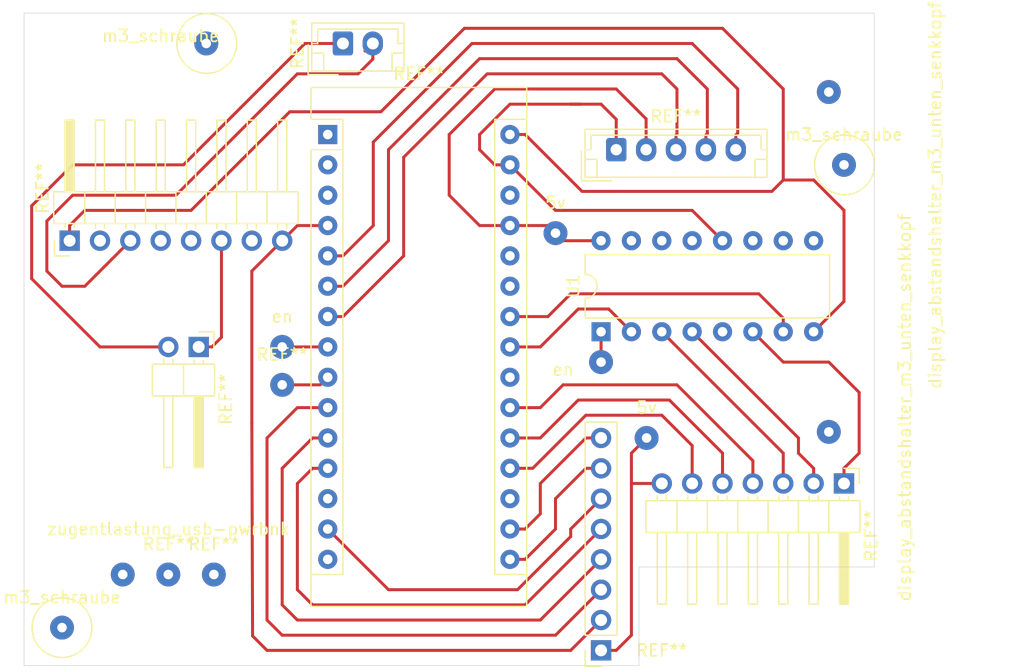
<source format=kicad_pcb>
(kicad_pcb (version 20171130) (host pcbnew "(5.1.5)-3")

  (general
    (thickness 1.6)
    (drawings 9)
    (tracks 182)
    (zones 0)
    (modules 21)
    (nets 25)
  )

  (page A4)
  (layers
    (0 F.Cu signal)
    (31 B.Cu signal)
    (32 B.Adhes user)
    (33 F.Adhes user)
    (34 B.Paste user)
    (35 F.Paste user)
    (36 B.SilkS user)
    (37 F.SilkS user)
    (38 B.Mask user)
    (39 F.Mask user)
    (40 Dwgs.User user)
    (41 Cmts.User user)
    (42 Eco1.User user)
    (43 Eco2.User user)
    (44 Edge.Cuts user)
    (45 Margin user)
    (46 B.CrtYd user)
    (47 F.CrtYd user)
    (48 B.Fab user)
    (49 F.Fab user hide)
  )

  (setup
    (last_trace_width 0.25)
    (user_trace_width 0.3)
    (user_trace_width 0.4)
    (trace_clearance 0.2)
    (zone_clearance 0.508)
    (zone_45_only no)
    (trace_min 0.2)
    (via_size 0.8)
    (via_drill 0.4)
    (via_min_size 0.4)
    (via_min_drill 0.3)
    (uvia_size 0.3)
    (uvia_drill 0.1)
    (uvias_allowed no)
    (uvia_min_size 0.2)
    (uvia_min_drill 0.1)
    (edge_width 0.05)
    (segment_width 0.2)
    (pcb_text_width 0.3)
    (pcb_text_size 1.5 1.5)
    (mod_edge_width 0.12)
    (mod_text_size 1 1)
    (mod_text_width 0.15)
    (pad_size 1.99898 1.99898)
    (pad_drill 0.8001)
    (pad_to_mask_clearance 0.051)
    (solder_mask_min_width 0.25)
    (aux_axis_origin 0 0)
    (visible_elements 7FFFFFFF)
    (pcbplotparams
      (layerselection 0x00000_7fffffff)
      (usegerberextensions false)
      (usegerberattributes false)
      (usegerberadvancedattributes false)
      (creategerberjobfile false)
      (excludeedgelayer false)
      (linewidth 0.100000)
      (plotframeref false)
      (viasonmask false)
      (mode 1)
      (useauxorigin false)
      (hpglpennumber 1)
      (hpglpenspeed 20)
      (hpglpendiameter 15.000000)
      (psnegative false)
      (psa4output false)
      (plotreference false)
      (plotvalue false)
      (plotinvisibletext false)
      (padsonsilk true)
      (subtractmaskfromsilk false)
      (outputformat 1)
      (mirror false)
      (drillshape 0)
      (scaleselection 1)
      (outputdirectory "../../../../../Desktop/"))
  )

  (net 0 "")
  (net 1 "Net-(A1-Pad9)")
  (net 2 "Net-(A1-Pad24)")
  (net 3 "Net-(A1-Pad8)")
  (net 4 ardu_vcc)
  (net 5 ardu_gnd)
  (net 6 end_signal)
  (net 7 encoder_clk)
  (net 8 encoder_dt)
  (net 9 encoder_sw)
  (net 10 ardu_gnd2)
  (net 11 ardu_5V)
  (net 12 "Net-(A1-Pad23)")
  (net 13 "Net-(U1-Pad15)")
  (net 14 "Net-(U1-Pad14)")
  (net 15 "Net-(U1-Pad13)")
  (net 16 "Net-(U1-Pad5)")
  (net 17 "Net-(U1-Pad4)")
  (net 18 "Net-(U1-Pad11)")
  (net 19 "Net-(U1-Pad10)")
  (net 20 "Net-(U1-Pad9)")
  (net 21 mot_-)
  (net 22 mot_+)
  (net 23 encoder1_signal)
  (net 24 encoder2_signal)

  (net_class Default "This is the default net class."
    (clearance 0.2)
    (trace_width 0.25)
    (via_dia 0.8)
    (via_drill 0.4)
    (uvia_dia 0.3)
    (uvia_drill 0.1)
    (add_net "Net-(A1-Pad23)")
    (add_net "Net-(A1-Pad24)")
    (add_net "Net-(A1-Pad8)")
    (add_net "Net-(A1-Pad9)")
    (add_net "Net-(U1-Pad10)")
    (add_net "Net-(U1-Pad11)")
    (add_net "Net-(U1-Pad13)")
    (add_net "Net-(U1-Pad14)")
    (add_net "Net-(U1-Pad15)")
    (add_net "Net-(U1-Pad4)")
    (add_net "Net-(U1-Pad5)")
    (add_net "Net-(U1-Pad9)")
    (add_net ardu_5V)
    (add_net ardu_gnd)
    (add_net ardu_gnd2)
    (add_net ardu_vcc)
    (add_net encoder1_signal)
    (add_net encoder2_signal)
    (add_net encoder_clk)
    (add_net encoder_dt)
    (add_net encoder_sw)
    (add_net end_signal)
    (add_net mot_+)
    (add_net mot_-)
  )

  (module Module:Arduino_Nano (layer F.Cu) (tedit 6186707B) (tstamp 6186D7B1)
    (at 81.28 50.8)
    (descr "Arduino Nano, http://www.mouser.com/pdfdocs/Gravitech_Arduino_Nano3_0.pdf")
    (tags "Arduino Nano")
    (fp_text reference REF** (at 7.62 -5.08) (layer F.SilkS)
      (effects (font (size 1 1) (thickness 0.15)))
    )
    (fp_text value Arduino_Nano (at 8.89 19.05 90) (layer F.Fab)
      (effects (font (size 1 1) (thickness 0.15)))
    )
    (fp_line (start 16.75 42.16) (end -1.53 42.16) (layer F.CrtYd) (width 0.05))
    (fp_line (start 16.75 42.16) (end 16.75 -4.06) (layer F.CrtYd) (width 0.05))
    (fp_line (start -1.53 -4.06) (end -1.53 42.16) (layer F.CrtYd) (width 0.05))
    (fp_line (start -1.53 -4.06) (end 16.75 -4.06) (layer F.CrtYd) (width 0.05))
    (fp_line (start 16.51 -3.81) (end 16.51 39.37) (layer F.Fab) (width 0.1))
    (fp_line (start 0 -3.81) (end 16.51 -3.81) (layer F.Fab) (width 0.1))
    (fp_line (start -1.27 -2.54) (end 0 -3.81) (layer F.Fab) (width 0.1))
    (fp_line (start -1.27 39.37) (end -1.27 -2.54) (layer F.Fab) (width 0.1))
    (fp_line (start 16.51 39.37) (end -1.27 39.37) (layer F.Fab) (width 0.1))
    (fp_line (start 16.64 -3.94) (end -1.4 -3.94) (layer F.SilkS) (width 0.12))
    (fp_line (start 16.64 39.5) (end 16.64 -3.94) (layer F.SilkS) (width 0.12))
    (fp_line (start -1.4 39.5) (end 16.64 39.5) (layer F.SilkS) (width 0.12))
    (fp_line (start 3.81 41.91) (end 3.81 31.75) (layer F.Fab) (width 0.1))
    (fp_line (start 11.43 41.91) (end 3.81 41.91) (layer F.Fab) (width 0.1))
    (fp_line (start 11.43 31.75) (end 11.43 41.91) (layer F.Fab) (width 0.1))
    (fp_line (start 3.81 31.75) (end 11.43 31.75) (layer F.Fab) (width 0.1))
    (fp_line (start 1.27 36.83) (end -1.4 36.83) (layer F.SilkS) (width 0.12))
    (fp_line (start 1.27 1.27) (end 1.27 36.83) (layer F.SilkS) (width 0.12))
    (fp_line (start 1.27 1.27) (end -1.4 1.27) (layer F.SilkS) (width 0.12))
    (fp_line (start 13.97 36.83) (end 16.64 36.83) (layer F.SilkS) (width 0.12))
    (fp_line (start 13.97 -1.27) (end 13.97 36.83) (layer F.SilkS) (width 0.12))
    (fp_line (start 13.97 -1.27) (end 16.64 -1.27) (layer F.SilkS) (width 0.12))
    (fp_line (start -1.4 -3.94) (end -1.4 -1.27) (layer F.SilkS) (width 0.12))
    (fp_line (start -1.4 1.27) (end -1.4 39.5) (layer F.SilkS) (width 0.12))
    (fp_line (start 1.27 -1.27) (end -1.4 -1.27) (layer F.SilkS) (width 0.12))
    (fp_line (start 1.27 1.27) (end 1.27 -1.27) (layer F.SilkS) (width 0.12))
    (fp_text user %R (at 6.35 19.05 90) (layer F.Fab)
      (effects (font (size 1 1) (thickness 0.15)))
    )
    (pad 16 thru_hole oval (at 15.24 35.56) (size 1.6 1.6) (drill 0.8) (layers *.Cu *.Mask))
    (pad 15 thru_hole oval (at 0 35.56) (size 1.6 1.6) (drill 0.8) (layers *.Cu *.Mask))
    (pad 30 thru_hole oval (at 15.24 0) (size 1.6 1.6) (drill 0.8) (layers *.Cu *.Mask))
    (pad 14 thru_hole oval (at 0 33.02) (size 1.6 1.6) (drill 0.8) (layers *.Cu *.Mask))
    (pad 29 thru_hole oval (at 15.24 2.54) (size 1.6 1.6) (drill 0.8) (layers *.Cu *.Mask))
    (pad 13 thru_hole oval (at 0 30.48) (size 1.6 1.6) (drill 0.8) (layers *.Cu *.Mask))
    (pad 28 thru_hole oval (at 15.24 5.08) (size 1.6 1.6) (drill 0.8) (layers *.Cu *.Mask))
    (pad 12 thru_hole oval (at 0 27.94) (size 1.6 1.6) (drill 0.8) (layers *.Cu *.Mask))
    (pad 27 thru_hole oval (at 15.24 7.62) (size 1.6 1.6) (drill 0.8) (layers *.Cu *.Mask))
    (pad 11 thru_hole oval (at 0 25.4) (size 1.6 1.6) (drill 0.8) (layers *.Cu *.Mask))
    (pad 26 thru_hole oval (at 15.24 10.16) (size 1.6 1.6) (drill 0.8) (layers *.Cu *.Mask))
    (pad 10 thru_hole oval (at 0 22.86) (size 1.6 1.6) (drill 0.8) (layers *.Cu *.Mask))
    (pad 25 thru_hole oval (at 15.24 12.7) (size 1.6 1.6) (drill 0.8) (layers *.Cu *.Mask))
    (pad 9 thru_hole oval (at 0 20.32) (size 1.6 1.6) (drill 0.8) (layers *.Cu *.Mask))
    (pad 24 thru_hole oval (at 15.24 15.24) (size 1.6 1.6) (drill 0.8) (layers *.Cu *.Mask))
    (pad 8 thru_hole oval (at 0 17.78) (size 1.6 1.6) (drill 0.8) (layers *.Cu *.Mask))
    (pad 23 thru_hole oval (at 15.24 17.78) (size 1.6 1.6) (drill 0.8) (layers *.Cu *.Mask))
    (pad 7 thru_hole oval (at 0 15.24) (size 1.6 1.6) (drill 0.8) (layers *.Cu *.Mask))
    (pad 22 thru_hole oval (at 15.24 20.32) (size 1.6 1.6) (drill 0.8) (layers *.Cu *.Mask))
    (pad 6 thru_hole oval (at 0 12.7) (size 1.6 1.6) (drill 0.8) (layers *.Cu *.Mask))
    (pad 21 thru_hole oval (at 15.24 22.86) (size 1.6 1.6) (drill 0.8) (layers *.Cu *.Mask))
    (pad 5 thru_hole oval (at 0 10.16) (size 1.6 1.6) (drill 0.8) (layers *.Cu *.Mask))
    (pad 20 thru_hole oval (at 15.24 25.4) (size 1.6 1.6) (drill 0.8) (layers *.Cu *.Mask))
    (pad 4 thru_hole oval (at 0 7.62) (size 1.6 1.6) (drill 0.8) (layers *.Cu *.Mask))
    (pad 19 thru_hole oval (at 15.24 27.94) (size 1.6 1.6) (drill 0.8) (layers *.Cu *.Mask))
    (pad 3 thru_hole oval (at 0 5.08) (size 1.6 1.6) (drill 0.8) (layers *.Cu *.Mask))
    (pad 18 thru_hole oval (at 15.24 30.48) (size 1.6 1.6) (drill 0.8) (layers *.Cu *.Mask))
    (pad 2 thru_hole oval (at 0 2.54) (size 1.6 1.6) (drill 0.8) (layers *.Cu *.Mask))
    (pad 17 thru_hole oval (at 15.24 33.02) (size 1.6 1.6) (drill 0.8) (layers *.Cu *.Mask))
    (pad 1 thru_hole rect (at 0 0) (size 1.6 1.6) (drill 0.8) (layers *.Cu *.Mask))
    (model "C:/Users/Maurice/Documents/KiCad/kicad-lib-arduino-main/Arduino Nano_pbs_simplified.step"
      (offset (xyz 0 0 3))
      (scale (xyz 1 1 1))
      (rotate (xyz 0 0 -90))
    )
  )

  (module Connector_Wire:SolderWirePad_1x01_Drill0.8mm (layer F.Cu) (tedit 5A2676A0) (tstamp 6185A444)
    (at 124.46 53.34)
    (descr "Wire solder connection")
    (tags connector)
    (attr virtual)
    (fp_text reference m3_schraube (at 0 -2.54) (layer F.SilkS)
      (effects (font (size 1 1) (thickness 0.15)))
    )
    (fp_text value . (at 0 2.54) (layer F.Fab)
      (effects (font (size 1 1) (thickness 0.15)))
    )
    (fp_text user %R (at 0 0) (layer F.Fab)
      (effects (font (size 1 1) (thickness 0.15)))
    )
    (fp_line (start -1.5 -1.5) (end 1.5 -1.5) (layer F.CrtYd) (width 0.05))
    (pad 1 thru_hole circle (at 0 0) (size 1.99898 1.99898) (drill 0.8001) (layers *.Cu *.Mask))
  )

  (module Connector_Wire:SolderWirePad_1x01_Drill0.8mm (layer F.Cu) (tedit 5A2676A0) (tstamp 61818323)
    (at 71.755 87.63)
    (descr "Wire solder connection")
    (tags connector)
    (attr virtual)
    (fp_text reference REF** (at 0 -2.54) (layer F.SilkS)
      (effects (font (size 1 1) (thickness 0.15)))
    )
    (fp_text value 0.8mm (at 0 2.54) (layer F.Fab)
      (effects (font (size 1 1) (thickness 0.15)))
    )
    (fp_text user %R (at 0 0) (layer F.Fab)
      (effects (font (size 1 1) (thickness 0.15)))
    )
    (fp_line (start -1.5 -1.5) (end 1.5 -1.5) (layer F.CrtYd) (width 0.05))
    (fp_line (start -1.5 -1.5) (end -1.5 1.5) (layer F.CrtYd) (width 0.05))
    (fp_line (start 1.5 1.5) (end 1.5 -1.5) (layer F.CrtYd) (width 0.05))
    (fp_line (start 1.5 1.5) (end -1.5 1.5) (layer F.CrtYd) (width 0.05))
    (pad 1 thru_hole circle (at 0 0) (size 1.99898 1.99898) (drill 0.8001) (layers *.Cu *.Mask))
  )

  (module Connector_Wire:SolderWirePad_1x01_Drill0.8mm (layer F.Cu) (tedit 5A2676A0) (tstamp 61818307)
    (at 67.945 87.63)
    (descr "Wire solder connection")
    (tags connector)
    (attr virtual)
    (fp_text reference REF** (at 0 -2.54) (layer F.SilkS)
      (effects (font (size 1 1) (thickness 0.15)))
    )
    (fp_text value 0.8mm (at 0 2.54) (layer F.Fab)
      (effects (font (size 1 1) (thickness 0.15)))
    )
    (fp_line (start 1.5 1.5) (end -1.5 1.5) (layer F.CrtYd) (width 0.05))
    (fp_line (start 1.5 1.5) (end 1.5 -1.5) (layer F.CrtYd) (width 0.05))
    (fp_line (start -1.5 -1.5) (end -1.5 1.5) (layer F.CrtYd) (width 0.05))
    (fp_line (start -1.5 -1.5) (end 1.5 -1.5) (layer F.CrtYd) (width 0.05))
    (fp_text user %R (at 0 0) (layer F.Fab)
      (effects (font (size 1 1) (thickness 0.15)))
    )
    (pad 1 thru_hole circle (at 0 0) (size 1.99898 1.99898) (drill 0.8001) (layers *.Cu *.Mask))
  )

  (module Connector_Wire:SolderWirePad_1x01_Drill0.8mm (layer F.Cu) (tedit 5A2676A0) (tstamp 618182F5)
    (at 64.135 87.63)
    (descr "Wire solder connection")
    (tags connector)
    (attr virtual)
    (fp_text reference zugentlastung_usb-pwrbnk (at 3.81 -3.81) (layer F.SilkS)
      (effects (font (size 1 1) (thickness 0.15)))
    )
    (fp_text value 0.8mm (at 0 2.54) (layer F.Fab)
      (effects (font (size 1 1) (thickness 0.15)))
    )
    (fp_text user %R (at 0 0) (layer F.Fab)
      (effects (font (size 1 1) (thickness 0.15)))
    )
    (fp_line (start -1.5 -1.5) (end 1.5 -1.5) (layer F.CrtYd) (width 0.05))
    (fp_line (start -1.5 -1.5) (end -1.5 1.5) (layer F.CrtYd) (width 0.05))
    (fp_line (start 1.5 1.5) (end 1.5 -1.5) (layer F.CrtYd) (width 0.05))
    (fp_line (start 1.5 1.5) (end -1.5 1.5) (layer F.CrtYd) (width 0.05))
    (pad 1 thru_hole circle (at 0 0) (size 1.99898 1.99898) (drill 0.8001) (layers *.Cu *.Mask))
  )

  (module Connector_Wire:SolderWirePad_1x01_Drill0.8mm (layer F.Cu) (tedit 61818027) (tstamp 61817FF7)
    (at 104.14 69.85)
    (descr "Wire solder connection")
    (tags connector)
    (attr virtual)
    (fp_text reference en (at -3.175 0.635) (layer F.SilkS)
      (effects (font (size 1 1) (thickness 0.15)))
    )
    (fp_text value . (at 0 2.54) (layer F.Fab)
      (effects (font (size 1 1) (thickness 0.15)))
    )
    (fp_text user %R (at 0 0) (layer F.Fab)
      (effects (font (size 1 1) (thickness 0.15)))
    )
    (fp_line (start 1.5 1.5) (end -1.5 1.5) (layer F.CrtYd) (width 0.05))
    (fp_line (start 1.5 1.5) (end 1.5 -1.5) (layer F.CrtYd) (width 0.05))
    (fp_line (start -1.5 -1.5) (end -1.5 1.5) (layer F.CrtYd) (width 0.05))
    (fp_line (start -1.5 -1.5) (end 1.5 -1.5) (layer F.CrtYd) (width 0.05))
    (pad 1 thru_hole circle (at 0 0) (size 1.99898 1.99898) (drill 0.8001) (layers *.Cu *.Mask)
      (net 3 "Net-(A1-Pad8)"))
  )

  (module Package_DIP:DIP-16_W7.62mm (layer F.Cu) (tedit 5A02E8C5) (tstamp 617AD2E7)
    (at 104.14 67.31 90)
    (descr "16-lead though-hole mounted DIP package, row spacing 7.62 mm (300 mils)")
    (tags "THT DIP DIL PDIP 2.54mm 7.62mm 300mil")
    (path /617B0205)
    (fp_text reference U1 (at 3.81 -2.33 90) (layer F.SilkS)
      (effects (font (size 1 1) (thickness 0.15)))
    )
    (fp_text value L293D (at 3.81 20.11 90) (layer F.Fab)
      (effects (font (size 1 1) (thickness 0.15)))
    )
    (fp_text user %R (at 3.81 8.89 90) (layer F.Fab)
      (effects (font (size 1 1) (thickness 0.15)))
    )
    (fp_line (start 8.7 -1.55) (end -1.1 -1.55) (layer F.CrtYd) (width 0.05))
    (fp_line (start 8.7 19.3) (end 8.7 -1.55) (layer F.CrtYd) (width 0.05))
    (fp_line (start -1.1 19.3) (end 8.7 19.3) (layer F.CrtYd) (width 0.05))
    (fp_line (start -1.1 -1.55) (end -1.1 19.3) (layer F.CrtYd) (width 0.05))
    (fp_line (start 6.46 -1.33) (end 4.81 -1.33) (layer F.SilkS) (width 0.12))
    (fp_line (start 6.46 19.11) (end 6.46 -1.33) (layer F.SilkS) (width 0.12))
    (fp_line (start 1.16 19.11) (end 6.46 19.11) (layer F.SilkS) (width 0.12))
    (fp_line (start 1.16 -1.33) (end 1.16 19.11) (layer F.SilkS) (width 0.12))
    (fp_line (start 2.81 -1.33) (end 1.16 -1.33) (layer F.SilkS) (width 0.12))
    (fp_line (start 0.635 -0.27) (end 1.635 -1.27) (layer F.Fab) (width 0.1))
    (fp_line (start 0.635 19.05) (end 0.635 -0.27) (layer F.Fab) (width 0.1))
    (fp_line (start 6.985 19.05) (end 0.635 19.05) (layer F.Fab) (width 0.1))
    (fp_line (start 6.985 -1.27) (end 6.985 19.05) (layer F.Fab) (width 0.1))
    (fp_line (start 1.635 -1.27) (end 6.985 -1.27) (layer F.Fab) (width 0.1))
    (fp_arc (start 3.81 -1.33) (end 2.81 -1.33) (angle -180) (layer F.SilkS) (width 0.12))
    (pad 16 thru_hole oval (at 7.62 0 90) (size 1.6 1.6) (drill 0.8) (layers *.Cu *.Mask)
      (net 11 ardu_5V))
    (pad 8 thru_hole oval (at 0 17.78 90) (size 1.6 1.6) (drill 0.8) (layers *.Cu *.Mask)
      (net 4 ardu_vcc))
    (pad 15 thru_hole oval (at 7.62 2.54 90) (size 1.6 1.6) (drill 0.8) (layers *.Cu *.Mask)
      (net 13 "Net-(U1-Pad15)"))
    (pad 7 thru_hole oval (at 0 15.24 90) (size 1.6 1.6) (drill 0.8) (layers *.Cu *.Mask)
      (net 2 "Net-(A1-Pad24)"))
    (pad 14 thru_hole oval (at 7.62 5.08 90) (size 1.6 1.6) (drill 0.8) (layers *.Cu *.Mask)
      (net 14 "Net-(U1-Pad14)"))
    (pad 6 thru_hole oval (at 0 12.7 90) (size 1.6 1.6) (drill 0.8) (layers *.Cu *.Mask)
      (net 21 mot_-))
    (pad 13 thru_hole oval (at 7.62 7.62 90) (size 1.6 1.6) (drill 0.8) (layers *.Cu *.Mask)
      (net 15 "Net-(U1-Pad13)"))
    (pad 5 thru_hole oval (at 0 10.16 90) (size 1.6 1.6) (drill 0.8) (layers *.Cu *.Mask)
      (net 16 "Net-(U1-Pad5)"))
    (pad 12 thru_hole oval (at 7.62 10.16 90) (size 1.6 1.6) (drill 0.8) (layers *.Cu *.Mask)
      (net 5 ardu_gnd))
    (pad 4 thru_hole oval (at 0 7.62 90) (size 1.6 1.6) (drill 0.8) (layers *.Cu *.Mask)
      (net 17 "Net-(U1-Pad4)"))
    (pad 11 thru_hole oval (at 7.62 12.7 90) (size 1.6 1.6) (drill 0.8) (layers *.Cu *.Mask)
      (net 18 "Net-(U1-Pad11)"))
    (pad 3 thru_hole oval (at 0 5.08 90) (size 1.6 1.6) (drill 0.8) (layers *.Cu *.Mask)
      (net 22 mot_+))
    (pad 10 thru_hole oval (at 7.62 15.24 90) (size 1.6 1.6) (drill 0.8) (layers *.Cu *.Mask)
      (net 19 "Net-(U1-Pad10)"))
    (pad 2 thru_hole oval (at 0 2.54 90) (size 1.6 1.6) (drill 0.8) (layers *.Cu *.Mask)
      (net 12 "Net-(A1-Pad23)"))
    (pad 9 thru_hole oval (at 7.62 17.78 90) (size 1.6 1.6) (drill 0.8) (layers *.Cu *.Mask)
      (net 20 "Net-(U1-Pad9)"))
    (pad 1 thru_hole rect (at 0 0 90) (size 1.6 1.6) (drill 0.8) (layers *.Cu *.Mask)
      (net 3 "Net-(A1-Pad8)"))
    (model ${KISYS3DMOD}/Package_DIP.3dshapes/DIP-16_W7.62mm.wrl
      (at (xyz 0 0 0))
      (scale (xyz 1 1 1))
      (rotate (xyz 0 0 0))
    )
  )

  (module Connector_Wire:SolderWirePad_1x01_Drill0.8mm (layer F.Cu) (tedit 617AFBDD) (tstamp 617B2A87)
    (at 77.47 71.755)
    (descr "Wire solder connection")
    (tags connector)
    (attr virtual)
    (fp_text reference REF** (at 0 -2.54) (layer F.SilkS)
      (effects (font (size 1 1) (thickness 0.15)))
    )
    (fp_text value . (at 0 2.54) (layer F.Fab)
      (effects (font (size 1 1) (thickness 0.15)))
    )
    (fp_line (start 1.5 1.5) (end -1.5 1.5) (layer F.CrtYd) (width 0.05))
    (fp_line (start 1.5 1.5) (end 1.5 -1.5) (layer F.CrtYd) (width 0.05))
    (fp_line (start -1.5 -1.5) (end -1.5 1.5) (layer F.CrtYd) (width 0.05))
    (fp_line (start -1.5 -1.5) (end 1.5 -1.5) (layer F.CrtYd) (width 0.05))
    (fp_text user %R (at 0 0) (layer F.Fab)
      (effects (font (size 1 1) (thickness 0.15)))
    )
    (fp_line (start -1.5 -1.5) (end 1.5 -1.5) (layer F.CrtYd) (width 0.05))
    (fp_line (start -1.5 -1.5) (end -1.5 1.5) (layer F.CrtYd) (width 0.05))
    (fp_line (start 1.5 1.5) (end 1.5 -1.5) (layer F.CrtYd) (width 0.05))
    (fp_line (start 1.5 1.5) (end -1.5 1.5) (layer F.CrtYd) (width 0.05))
    (pad 1 thru_hole circle (at 0 0) (size 1.99898 1.99898) (drill 0.8001) (layers *.Cu *.Mask)
      (net 1 "Net-(A1-Pad9)"))
  )

  (module Connector_Wire:SolderWirePad_1x01_Drill0.8mm (layer F.Cu) (tedit 617AFBE3) (tstamp 617B2A75)
    (at 77.47 68.58)
    (descr "Wire solder connection")
    (tags connector)
    (attr virtual)
    (fp_text reference en (at 0 -2.54) (layer F.SilkS)
      (effects (font (size 1 1) (thickness 0.15)))
    )
    (fp_text value . (at 0 2.54) (layer F.Fab)
      (effects (font (size 1 1) (thickness 0.15)))
    )
    (fp_line (start -1.5 -1.5) (end 1.5 -1.5) (layer F.CrtYd) (width 0.05))
    (fp_line (start -1.5 -1.5) (end -1.5 1.5) (layer F.CrtYd) (width 0.05))
    (fp_line (start 1.5 1.5) (end 1.5 -1.5) (layer F.CrtYd) (width 0.05))
    (fp_line (start 1.5 1.5) (end -1.5 1.5) (layer F.CrtYd) (width 0.05))
    (fp_text user %R (at 0 0) (layer F.Fab)
      (effects (font (size 1 1) (thickness 0.15)))
    )
    (pad 1 thru_hole circle (at 0 0) (size 1.99898 1.99898) (drill 0.8001) (layers *.Cu *.Mask)
      (net 3 "Net-(A1-Pad8)"))
  )

  (module Connector_Wire:SolderWirePad_1x01_Drill0.8mm (layer F.Cu) (tedit 617AF9EB) (tstamp 617B2256)
    (at 100.33 59.055)
    (descr "Wire solder connection")
    (tags connector)
    (attr virtual)
    (fp_text reference 5v (at 0 -2.54) (layer F.SilkS)
      (effects (font (size 1 1) (thickness 0.15)))
    )
    (fp_text value . (at 0 2.54) (layer F.Fab)
      (effects (font (size 1 1) (thickness 0.15)))
    )
    (fp_line (start -1.5 -1.5) (end 1.5 -1.5) (layer F.CrtYd) (width 0.05))
    (fp_line (start -1.5 -1.5) (end -1.5 1.5) (layer F.CrtYd) (width 0.05))
    (fp_line (start 1.5 1.5) (end 1.5 -1.5) (layer F.CrtYd) (width 0.05))
    (fp_line (start 1.5 1.5) (end -1.5 1.5) (layer F.CrtYd) (width 0.05))
    (fp_text user %R (at 0 0) (layer F.Fab)
      (effects (font (size 1 1) (thickness 0.15)))
    )
    (pad 1 thru_hole circle (at 0 0) (size 1.99898 1.99898) (drill 0.8001) (layers *.Cu *.Mask)
      (net 11 ardu_5V))
  )

  (module Connector_Wire:SolderWirePad_1x01_Drill0.8mm (layer F.Cu) (tedit 5A2676A0) (tstamp 617B2214)
    (at 107.95 76.2)
    (descr "Wire solder connection")
    (tags connector)
    (attr virtual)
    (fp_text reference 5v (at 0 -2.54) (layer F.SilkS)
      (effects (font (size 1 1) (thickness 0.15)))
    )
    (fp_text value . (at 2.54 0.635) (layer F.Fab)
      (effects (font (size 1 1) (thickness 0.15)))
    )
    (fp_line (start 1.5 1.5) (end -1.5 1.5) (layer F.CrtYd) (width 0.05))
    (fp_line (start 1.5 1.5) (end 1.5 -1.5) (layer F.CrtYd) (width 0.05))
    (fp_line (start -1.5 -1.5) (end -1.5 1.5) (layer F.CrtYd) (width 0.05))
    (fp_line (start -1.5 -1.5) (end 1.5 -1.5) (layer F.CrtYd) (width 0.05))
    (fp_text user %R (at 0 0) (layer F.Fab)
      (effects (font (size 1 1) (thickness 0.15)))
    )
    (pad 1 thru_hole circle (at 0 0) (size 1.99898 1.99898) (drill 0.8001) (layers *.Cu *.Mask))
  )

  (module Connector_PinHeader_2.54mm:PinHeader_1x07_P2.54mm_Horizontal (layer F.Cu) (tedit 617B000D) (tstamp 617B0B6B)
    (at 124.46 80.01 270)
    (descr "Through hole angled pin header, 1x07, 2.54mm pitch, 6mm pin length, single row")
    (tags "Through hole angled pin header THT 1x07 2.54mm single row")
    (fp_text reference REF** (at 4.385 -2.27 90) (layer F.SilkS)
      (effects (font (size 1 1) (thickness 0.15)))
    )
    (fp_text value PinHeader_1x07_P2.54mm_Horizontal (at 4.385 17.51 90) (layer F.Fab)
      (effects (font (size 1 1) (thickness 0.15)))
    )
    (fp_text user %R (at 2.77 7.62) (layer F.Fab)
      (effects (font (size 1 1) (thickness 0.15)))
    )
    (fp_line (start 10.55 -1.8) (end -1.8 -1.8) (layer F.CrtYd) (width 0.05))
    (fp_line (start 10.55 17.05) (end 10.55 -1.8) (layer F.CrtYd) (width 0.05))
    (fp_line (start -1.8 17.05) (end 10.55 17.05) (layer F.CrtYd) (width 0.05))
    (fp_line (start -1.8 -1.8) (end -1.8 17.05) (layer F.CrtYd) (width 0.05))
    (fp_line (start -1.27 -1.27) (end 0 -1.27) (layer F.SilkS) (width 0.12))
    (fp_line (start -1.27 0) (end -1.27 -1.27) (layer F.SilkS) (width 0.12))
    (fp_line (start 1.042929 15.62) (end 1.44 15.62) (layer F.SilkS) (width 0.12))
    (fp_line (start 1.042929 14.86) (end 1.44 14.86) (layer F.SilkS) (width 0.12))
    (fp_line (start 10.1 15.62) (end 4.1 15.62) (layer F.SilkS) (width 0.12))
    (fp_line (start 10.1 14.86) (end 10.1 15.62) (layer F.SilkS) (width 0.12))
    (fp_line (start 4.1 14.86) (end 10.1 14.86) (layer F.SilkS) (width 0.12))
    (fp_line (start 1.44 13.97) (end 4.1 13.97) (layer F.SilkS) (width 0.12))
    (fp_line (start 1.042929 13.08) (end 1.44 13.08) (layer F.SilkS) (width 0.12))
    (fp_line (start 1.042929 12.32) (end 1.44 12.32) (layer F.SilkS) (width 0.12))
    (fp_line (start 10.1 13.08) (end 4.1 13.08) (layer F.SilkS) (width 0.12))
    (fp_line (start 10.1 12.32) (end 10.1 13.08) (layer F.SilkS) (width 0.12))
    (fp_line (start 4.1 12.32) (end 10.1 12.32) (layer F.SilkS) (width 0.12))
    (fp_line (start 1.44 11.43) (end 4.1 11.43) (layer F.SilkS) (width 0.12))
    (fp_line (start 1.042929 10.54) (end 1.44 10.54) (layer F.SilkS) (width 0.12))
    (fp_line (start 1.042929 9.78) (end 1.44 9.78) (layer F.SilkS) (width 0.12))
    (fp_line (start 10.1 10.54) (end 4.1 10.54) (layer F.SilkS) (width 0.12))
    (fp_line (start 10.1 9.78) (end 10.1 10.54) (layer F.SilkS) (width 0.12))
    (fp_line (start 4.1 9.78) (end 10.1 9.78) (layer F.SilkS) (width 0.12))
    (fp_line (start 1.44 8.89) (end 4.1 8.89) (layer F.SilkS) (width 0.12))
    (fp_line (start 1.042929 8) (end 1.44 8) (layer F.SilkS) (width 0.12))
    (fp_line (start 1.042929 7.24) (end 1.44 7.24) (layer F.SilkS) (width 0.12))
    (fp_line (start 10.1 8) (end 4.1 8) (layer F.SilkS) (width 0.12))
    (fp_line (start 10.1 7.24) (end 10.1 8) (layer F.SilkS) (width 0.12))
    (fp_line (start 4.1 7.24) (end 10.1 7.24) (layer F.SilkS) (width 0.12))
    (fp_line (start 1.44 6.35) (end 4.1 6.35) (layer F.SilkS) (width 0.12))
    (fp_line (start 1.042929 5.46) (end 1.44 5.46) (layer F.SilkS) (width 0.12))
    (fp_line (start 1.042929 4.7) (end 1.44 4.7) (layer F.SilkS) (width 0.12))
    (fp_line (start 10.1 5.46) (end 4.1 5.46) (layer F.SilkS) (width 0.12))
    (fp_line (start 10.1 4.7) (end 10.1 5.46) (layer F.SilkS) (width 0.12))
    (fp_line (start 4.1 4.7) (end 10.1 4.7) (layer F.SilkS) (width 0.12))
    (fp_line (start 1.44 3.81) (end 4.1 3.81) (layer F.SilkS) (width 0.12))
    (fp_line (start 1.042929 2.92) (end 1.44 2.92) (layer F.SilkS) (width 0.12))
    (fp_line (start 1.042929 2.16) (end 1.44 2.16) (layer F.SilkS) (width 0.12))
    (fp_line (start 10.1 2.92) (end 4.1 2.92) (layer F.SilkS) (width 0.12))
    (fp_line (start 10.1 2.16) (end 10.1 2.92) (layer F.SilkS) (width 0.12))
    (fp_line (start 4.1 2.16) (end 10.1 2.16) (layer F.SilkS) (width 0.12))
    (fp_line (start 1.44 1.27) (end 4.1 1.27) (layer F.SilkS) (width 0.12))
    (fp_line (start 1.11 0.38) (end 1.44 0.38) (layer F.SilkS) (width 0.12))
    (fp_line (start 1.11 -0.38) (end 1.44 -0.38) (layer F.SilkS) (width 0.12))
    (fp_line (start 4.1 0.28) (end 10.1 0.28) (layer F.SilkS) (width 0.12))
    (fp_line (start 4.1 0.16) (end 10.1 0.16) (layer F.SilkS) (width 0.12))
    (fp_line (start 4.1 0.04) (end 10.1 0.04) (layer F.SilkS) (width 0.12))
    (fp_line (start 4.1 -0.08) (end 10.1 -0.08) (layer F.SilkS) (width 0.12))
    (fp_line (start 4.1 -0.2) (end 10.1 -0.2) (layer F.SilkS) (width 0.12))
    (fp_line (start 4.1 -0.32) (end 10.1 -0.32) (layer F.SilkS) (width 0.12))
    (fp_line (start 10.1 0.38) (end 4.1 0.38) (layer F.SilkS) (width 0.12))
    (fp_line (start 10.1 -0.38) (end 10.1 0.38) (layer F.SilkS) (width 0.12))
    (fp_line (start 4.1 -0.38) (end 10.1 -0.38) (layer F.SilkS) (width 0.12))
    (fp_line (start 4.1 -1.33) (end 1.44 -1.33) (layer F.SilkS) (width 0.12))
    (fp_line (start 4.1 16.57) (end 4.1 -1.33) (layer F.SilkS) (width 0.12))
    (fp_line (start 1.44 16.57) (end 4.1 16.57) (layer F.SilkS) (width 0.12))
    (fp_line (start 1.44 -1.33) (end 1.44 16.57) (layer F.SilkS) (width 0.12))
    (fp_line (start 4.04 15.56) (end 10.04 15.56) (layer F.Fab) (width 0.1))
    (fp_line (start 10.04 14.92) (end 10.04 15.56) (layer F.Fab) (width 0.1))
    (fp_line (start 4.04 14.92) (end 10.04 14.92) (layer F.Fab) (width 0.1))
    (fp_line (start -0.32 15.56) (end 1.5 15.56) (layer F.Fab) (width 0.1))
    (fp_line (start -0.32 14.92) (end -0.32 15.56) (layer F.Fab) (width 0.1))
    (fp_line (start -0.32 14.92) (end 1.5 14.92) (layer F.Fab) (width 0.1))
    (fp_line (start 4.04 13.02) (end 10.04 13.02) (layer F.Fab) (width 0.1))
    (fp_line (start 10.04 12.38) (end 10.04 13.02) (layer F.Fab) (width 0.1))
    (fp_line (start 4.04 12.38) (end 10.04 12.38) (layer F.Fab) (width 0.1))
    (fp_line (start -0.32 13.02) (end 1.5 13.02) (layer F.Fab) (width 0.1))
    (fp_line (start -0.32 12.38) (end -0.32 13.02) (layer F.Fab) (width 0.1))
    (fp_line (start -0.32 12.38) (end 1.5 12.38) (layer F.Fab) (width 0.1))
    (fp_line (start 4.04 10.48) (end 10.04 10.48) (layer F.Fab) (width 0.1))
    (fp_line (start 10.04 9.84) (end 10.04 10.48) (layer F.Fab) (width 0.1))
    (fp_line (start 4.04 9.84) (end 10.04 9.84) (layer F.Fab) (width 0.1))
    (fp_line (start -0.32 10.48) (end 1.5 10.48) (layer F.Fab) (width 0.1))
    (fp_line (start -0.32 9.84) (end -0.32 10.48) (layer F.Fab) (width 0.1))
    (fp_line (start -0.32 9.84) (end 1.5 9.84) (layer F.Fab) (width 0.1))
    (fp_line (start 4.04 7.94) (end 10.04 7.94) (layer F.Fab) (width 0.1))
    (fp_line (start 10.04 7.3) (end 10.04 7.94) (layer F.Fab) (width 0.1))
    (fp_line (start 4.04 7.3) (end 10.04 7.3) (layer F.Fab) (width 0.1))
    (fp_line (start -0.32 7.94) (end 1.5 7.94) (layer F.Fab) (width 0.1))
    (fp_line (start -0.32 7.3) (end -0.32 7.94) (layer F.Fab) (width 0.1))
    (fp_line (start -0.32 7.3) (end 1.5 7.3) (layer F.Fab) (width 0.1))
    (fp_line (start 4.04 5.4) (end 10.04 5.4) (layer F.Fab) (width 0.1))
    (fp_line (start 10.04 4.76) (end 10.04 5.4) (layer F.Fab) (width 0.1))
    (fp_line (start 4.04 4.76) (end 10.04 4.76) (layer F.Fab) (width 0.1))
    (fp_line (start -0.32 5.4) (end 1.5 5.4) (layer F.Fab) (width 0.1))
    (fp_line (start -0.32 4.76) (end -0.32 5.4) (layer F.Fab) (width 0.1))
    (fp_line (start -0.32 4.76) (end 1.5 4.76) (layer F.Fab) (width 0.1))
    (fp_line (start 4.04 2.86) (end 10.04 2.86) (layer F.Fab) (width 0.1))
    (fp_line (start 10.04 2.22) (end 10.04 2.86) (layer F.Fab) (width 0.1))
    (fp_line (start 4.04 2.22) (end 10.04 2.22) (layer F.Fab) (width 0.1))
    (fp_line (start -0.32 2.86) (end 1.5 2.86) (layer F.Fab) (width 0.1))
    (fp_line (start -0.32 2.22) (end -0.32 2.86) (layer F.Fab) (width 0.1))
    (fp_line (start -0.32 2.22) (end 1.5 2.22) (layer F.Fab) (width 0.1))
    (fp_line (start 4.04 0.32) (end 10.04 0.32) (layer F.Fab) (width 0.1))
    (fp_line (start 10.04 -0.32) (end 10.04 0.32) (layer F.Fab) (width 0.1))
    (fp_line (start 4.04 -0.32) (end 10.04 -0.32) (layer F.Fab) (width 0.1))
    (fp_line (start -0.32 0.32) (end 1.5 0.32) (layer F.Fab) (width 0.1))
    (fp_line (start -0.32 -0.32) (end -0.32 0.32) (layer F.Fab) (width 0.1))
    (fp_line (start -0.32 -0.32) (end 1.5 -0.32) (layer F.Fab) (width 0.1))
    (fp_line (start 1.5 -0.635) (end 2.135 -1.27) (layer F.Fab) (width 0.1))
    (fp_line (start 1.5 16.51) (end 1.5 -0.635) (layer F.Fab) (width 0.1))
    (fp_line (start 4.04 16.51) (end 1.5 16.51) (layer F.Fab) (width 0.1))
    (fp_line (start 4.04 -1.27) (end 4.04 16.51) (layer F.Fab) (width 0.1))
    (fp_line (start 2.135 -1.27) (end 4.04 -1.27) (layer F.Fab) (width 0.1))
    (pad 7 thru_hole oval (at 0 15.24 270) (size 1.7 1.7) (drill 1) (layers *.Cu *.Mask))
    (pad 6 thru_hole oval (at 0 12.7 270) (size 1.7 1.7) (drill 1) (layers *.Cu *.Mask)
      (net 24 encoder2_signal))
    (pad 5 thru_hole oval (at 0 10.16 270) (size 1.7 1.7) (drill 1) (layers *.Cu *.Mask)
      (net 23 encoder1_signal))
    (pad 4 thru_hole oval (at 0 7.62 270) (size 1.7 1.7) (drill 1) (layers *.Cu *.Mask)
      (net 6 end_signal))
    (pad 3 thru_hole oval (at 0 5.08 270) (size 1.7 1.7) (drill 1) (layers *.Cu *.Mask)
      (net 22 mot_+))
    (pad 2 thru_hole oval (at 0 2.54 270) (size 1.7 1.7) (drill 1) (layers *.Cu *.Mask)
      (net 17 "Net-(U1-Pad4)"))
    (pad 1 thru_hole rect (at 0 0 270) (size 1.7 1.7) (drill 1) (layers *.Cu *.Mask)
      (net 21 mot_-))
    (model ${KISYS3DMOD}/Connector_PinHeader_2.54mm.3dshapes/PinHeader_1x07_P2.54mm_Horizontal.wrl
      (at (xyz 0 0 0))
      (scale (xyz 1 1 1))
      (rotate (xyz 0 0 0))
    )
  )

  (module Connector_Wire:SolderWirePad_1x01_Drill0.8mm (layer F.Cu) (tedit 5A2676A0) (tstamp 6176ECBA)
    (at 71.12 43.18)
    (descr "Wire solder connection")
    (tags connector)
    (attr virtual)
    (fp_text reference m3_schraube (at -3.81 -0.635) (layer F.SilkS)
      (effects (font (size 1 1) (thickness 0.15)))
    )
    (fp_text value . (at 0 2.54) (layer F.Fab)
      (effects (font (size 1 1) (thickness 0.15)))
    )
    (fp_text user %R (at 0 0) (layer F.Fab)
      (effects (font (size 1 1) (thickness 0.15)))
    )
    (fp_line (start -1.5 -1.5) (end 1.5 -1.5) (layer F.CrtYd) (width 0.05))
    (fp_line (start -1.5 -1.5) (end -1.5 1.5) (layer F.CrtYd) (width 0.05))
    (fp_line (start 1.5 1.5) (end 1.5 -1.5) (layer F.CrtYd) (width 0.05))
    (fp_line (start 1.5 1.5) (end -1.5 1.5) (layer F.CrtYd) (width 0.05))
    (pad 1 thru_hole circle (at 0 0) (size 1.99898 1.99898) (drill 0.8001) (layers *.Cu *.Mask))
  )

  (module Connector_Wire:SolderWirePad_1x01_Drill0.8mm (layer F.Cu) (tedit 5A2676A0) (tstamp 6176D221)
    (at 123.19 75.692)
    (descr "Wire solder connection")
    (tags connector)
    (attr virtual)
    (fp_text reference display_abstandshalter_m3_unten_senkkopf (at 6.35 -2.032 90) (layer F.SilkS)
      (effects (font (size 1 1) (thickness 0.15)))
    )
    (fp_text value . (at 0 2.54) (layer F.Fab)
      (effects (font (size 1 1) (thickness 0.15)))
    )
    (fp_line (start -1.5 -1.5) (end 1.5 -1.5) (layer F.CrtYd) (width 0.05))
    (fp_text user %R (at 0 0) (layer F.Fab)
      (effects (font (size 1 1) (thickness 0.15)))
    )
    (pad 1 thru_hole circle (at 0 0) (size 1.99898 1.99898) (drill 0.8001) (layers *.Cu *.Mask))
  )

  (module Connector_Wire:SolderWirePad_1x01_Drill0.8mm (layer F.Cu) (tedit 5A2676A0) (tstamp 6172451E)
    (at 123.19 47.244)
    (descr "Wire solder connection")
    (tags connector)
    (attr virtual)
    (fp_text reference display_abstandshalter_m3_unten_senkkopf (at 8.89 8.636 90) (layer F.SilkS)
      (effects (font (size 1 1) (thickness 0.15)))
    )
    (fp_text value . (at 0 2.54) (layer F.Fab)
      (effects (font (size 1 1) (thickness 0.15)))
    )
    (fp_line (start -1.5 -1.5) (end 1.5 -1.5) (layer F.CrtYd) (width 0.05))
    (fp_text user %R (at 0 0) (layer F.Fab)
      (effects (font (size 1 1) (thickness 0.15)))
    )
    (pad 1 thru_hole circle (at 0 0) (size 1.99898 1.99898) (drill 0.8001) (layers *.Cu *.Mask))
  )

  (module Connector_Wire:SolderWirePad_1x01_Drill0.8mm (layer F.Cu) (tedit 5A2676A0) (tstamp 61723FBE)
    (at 59.055 92.075)
    (descr "Wire solder connection")
    (tags connector)
    (attr virtual)
    (fp_text reference m3_schraube (at 0 -2.54) (layer F.SilkS)
      (effects (font (size 1 1) (thickness 0.15)))
    )
    (fp_text value 0.8mm (at 0 2.54) (layer F.Fab)
      (effects (font (size 1 1) (thickness 0.15)))
    )
    (fp_line (start 1.5 1.5) (end -1.5 1.5) (layer F.CrtYd) (width 0.05))
    (fp_line (start 1.5 1.5) (end 1.5 -1.5) (layer F.CrtYd) (width 0.05))
    (fp_line (start -1.5 -1.5) (end -1.5 1.5) (layer F.CrtYd) (width 0.05))
    (fp_line (start -1.5 -1.5) (end 1.5 -1.5) (layer F.CrtYd) (width 0.05))
    (fp_text user %R (at 0 0) (layer F.Fab)
      (effects (font (size 1 1) (thickness 0.15)))
    )
    (pad 1 thru_hole circle (at 0 0) (size 1.99898 1.99898) (drill 0.8001) (layers *.Cu *.Mask))
  )

  (module Connector_PinHeader_2.54mm:PinHeader_1x02_P2.54mm_Horizontal (layer F.Cu) (tedit 59FED5CB) (tstamp 61720D08)
    (at 70.485 68.58 270)
    (descr "Through hole angled pin header, 1x02, 2.54mm pitch, 6mm pin length, single row")
    (tags "Through hole angled pin header THT 1x02 2.54mm single row")
    (fp_text reference REF** (at 4.385 -2.27 90) (layer F.SilkS)
      (effects (font (size 1 1) (thickness 0.15)))
    )
    (fp_text value PinHeader_1x02_P2.54mm_Horizontal (at 4.385 4.81 90) (layer F.Fab)
      (effects (font (size 1 1) (thickness 0.15)))
    )
    (fp_text user %R (at 2.77 1.27) (layer F.Fab)
      (effects (font (size 1 1) (thickness 0.15)))
    )
    (fp_line (start 10.55 -1.8) (end -1.8 -1.8) (layer F.CrtYd) (width 0.05))
    (fp_line (start 10.55 4.35) (end 10.55 -1.8) (layer F.CrtYd) (width 0.05))
    (fp_line (start -1.8 4.35) (end 10.55 4.35) (layer F.CrtYd) (width 0.05))
    (fp_line (start -1.8 -1.8) (end -1.8 4.35) (layer F.CrtYd) (width 0.05))
    (fp_line (start -1.27 -1.27) (end 0 -1.27) (layer F.SilkS) (width 0.12))
    (fp_line (start -1.27 0) (end -1.27 -1.27) (layer F.SilkS) (width 0.12))
    (fp_line (start 1.042929 2.92) (end 1.44 2.92) (layer F.SilkS) (width 0.12))
    (fp_line (start 1.042929 2.16) (end 1.44 2.16) (layer F.SilkS) (width 0.12))
    (fp_line (start 10.1 2.92) (end 4.1 2.92) (layer F.SilkS) (width 0.12))
    (fp_line (start 10.1 2.16) (end 10.1 2.92) (layer F.SilkS) (width 0.12))
    (fp_line (start 4.1 2.16) (end 10.1 2.16) (layer F.SilkS) (width 0.12))
    (fp_line (start 1.44 1.27) (end 4.1 1.27) (layer F.SilkS) (width 0.12))
    (fp_line (start 1.11 0.38) (end 1.44 0.38) (layer F.SilkS) (width 0.12))
    (fp_line (start 1.11 -0.38) (end 1.44 -0.38) (layer F.SilkS) (width 0.12))
    (fp_line (start 4.1 0.28) (end 10.1 0.28) (layer F.SilkS) (width 0.12))
    (fp_line (start 4.1 0.16) (end 10.1 0.16) (layer F.SilkS) (width 0.12))
    (fp_line (start 4.1 0.04) (end 10.1 0.04) (layer F.SilkS) (width 0.12))
    (fp_line (start 4.1 -0.08) (end 10.1 -0.08) (layer F.SilkS) (width 0.12))
    (fp_line (start 4.1 -0.2) (end 10.1 -0.2) (layer F.SilkS) (width 0.12))
    (fp_line (start 4.1 -0.32) (end 10.1 -0.32) (layer F.SilkS) (width 0.12))
    (fp_line (start 10.1 0.38) (end 4.1 0.38) (layer F.SilkS) (width 0.12))
    (fp_line (start 10.1 -0.38) (end 10.1 0.38) (layer F.SilkS) (width 0.12))
    (fp_line (start 4.1 -0.38) (end 10.1 -0.38) (layer F.SilkS) (width 0.12))
    (fp_line (start 4.1 -1.33) (end 1.44 -1.33) (layer F.SilkS) (width 0.12))
    (fp_line (start 4.1 3.87) (end 4.1 -1.33) (layer F.SilkS) (width 0.12))
    (fp_line (start 1.44 3.87) (end 4.1 3.87) (layer F.SilkS) (width 0.12))
    (fp_line (start 1.44 -1.33) (end 1.44 3.87) (layer F.SilkS) (width 0.12))
    (fp_line (start 4.04 2.86) (end 10.04 2.86) (layer F.Fab) (width 0.1))
    (fp_line (start 10.04 2.22) (end 10.04 2.86) (layer F.Fab) (width 0.1))
    (fp_line (start 4.04 2.22) (end 10.04 2.22) (layer F.Fab) (width 0.1))
    (fp_line (start -0.32 2.86) (end 1.5 2.86) (layer F.Fab) (width 0.1))
    (fp_line (start -0.32 2.22) (end -0.32 2.86) (layer F.Fab) (width 0.1))
    (fp_line (start -0.32 2.22) (end 1.5 2.22) (layer F.Fab) (width 0.1))
    (fp_line (start 4.04 0.32) (end 10.04 0.32) (layer F.Fab) (width 0.1))
    (fp_line (start 10.04 -0.32) (end 10.04 0.32) (layer F.Fab) (width 0.1))
    (fp_line (start 4.04 -0.32) (end 10.04 -0.32) (layer F.Fab) (width 0.1))
    (fp_line (start -0.32 0.32) (end 1.5 0.32) (layer F.Fab) (width 0.1))
    (fp_line (start -0.32 -0.32) (end -0.32 0.32) (layer F.Fab) (width 0.1))
    (fp_line (start -0.32 -0.32) (end 1.5 -0.32) (layer F.Fab) (width 0.1))
    (fp_line (start 1.5 -0.635) (end 2.135 -1.27) (layer F.Fab) (width 0.1))
    (fp_line (start 1.5 3.81) (end 1.5 -0.635) (layer F.Fab) (width 0.1))
    (fp_line (start 4.04 3.81) (end 1.5 3.81) (layer F.Fab) (width 0.1))
    (fp_line (start 4.04 -1.27) (end 4.04 3.81) (layer F.Fab) (width 0.1))
    (fp_line (start 2.135 -1.27) (end 4.04 -1.27) (layer F.Fab) (width 0.1))
    (pad 2 thru_hole oval (at 0 2.54 270) (size 1.7 1.7) (drill 1) (layers *.Cu *.Mask))
    (pad 1 thru_hole rect (at 0 0 270) (size 1.7 1.7) (drill 1) (layers *.Cu *.Mask))
    (model ${KISYS3DMOD}/Connector_PinHeader_2.54mm.3dshapes/PinHeader_1x02_P2.54mm_Horizontal.wrl
      (at (xyz 0 0 0))
      (scale (xyz 1 1 1))
      (rotate (xyz 0 0 0))
    )
  )

  (module Connector_PinSocket_2.54mm:PinSocket_1x08_P2.54mm_Vertical (layer F.Cu) (tedit 617AF0A8) (tstamp 61720A30)
    (at 104.14 93.98 180)
    (descr "Through hole straight socket strip, 1x08, 2.54mm pitch, single row (from Kicad 4.0.7), script generated")
    (tags "Through hole socket strip THT 1x08 2.54mm single row")
    (fp_text reference REF** (at -5.08 0) (layer F.SilkS)
      (effects (font (size 1 1) (thickness 0.15)))
    )
    (fp_text value PinSocket_1x08_P2.54mm_Vertical (at 0 20.55) (layer F.Fab)
      (effects (font (size 1 1) (thickness 0.15)))
    )
    (fp_text user %R (at 0 8.89 90) (layer F.Fab)
      (effects (font (size 1 1) (thickness 0.15)))
    )
    (fp_line (start -1.8 19.55) (end -1.8 -1.8) (layer F.CrtYd) (width 0.05))
    (fp_line (start 1.75 19.55) (end -1.8 19.55) (layer F.CrtYd) (width 0.05))
    (fp_line (start 1.75 -1.8) (end 1.75 19.55) (layer F.CrtYd) (width 0.05))
    (fp_line (start -1.8 -1.8) (end 1.75 -1.8) (layer F.CrtYd) (width 0.05))
    (fp_line (start 0 -1.33) (end 1.33 -1.33) (layer F.SilkS) (width 0.12))
    (fp_line (start 1.33 -1.33) (end 1.33 0) (layer F.SilkS) (width 0.12))
    (fp_line (start 1.33 1.27) (end 1.33 19.11) (layer F.SilkS) (width 0.12))
    (fp_line (start -1.33 19.11) (end 1.33 19.11) (layer F.SilkS) (width 0.12))
    (fp_line (start -1.33 1.27) (end -1.33 19.11) (layer F.SilkS) (width 0.12))
    (fp_line (start -1.33 1.27) (end 1.33 1.27) (layer F.SilkS) (width 0.12))
    (fp_line (start -1.27 19.05) (end -1.27 -1.27) (layer F.Fab) (width 0.1))
    (fp_line (start 1.27 19.05) (end -1.27 19.05) (layer F.Fab) (width 0.1))
    (fp_line (start 1.27 -0.635) (end 1.27 19.05) (layer F.Fab) (width 0.1))
    (fp_line (start 0.635 -1.27) (end 1.27 -0.635) (layer F.Fab) (width 0.1))
    (fp_line (start -1.27 -1.27) (end 0.635 -1.27) (layer F.Fab) (width 0.1))
    (pad 8 thru_hole oval (at 0 17.78 180) (size 1.7 1.7) (drill 1) (layers *.Cu *.Mask))
    (pad 7 thru_hole oval (at 0 15.24 180) (size 1.7 1.7) (drill 1) (layers *.Cu *.Mask))
    (pad 6 thru_hole oval (at 0 12.7 180) (size 1.7 1.7) (drill 1) (layers *.Cu *.Mask))
    (pad 5 thru_hole oval (at 0 10.16 180) (size 1.7 1.7) (drill 1) (layers *.Cu *.Mask))
    (pad 4 thru_hole oval (at 0 7.62 180) (size 1.7 1.7) (drill 1) (layers *.Cu *.Mask))
    (pad 3 thru_hole oval (at 0 5.08 180) (size 1.7 1.7) (drill 1) (layers *.Cu *.Mask))
    (pad 2 thru_hole oval (at 0 2.54 180) (size 1.7 1.7) (drill 1) (layers *.Cu *.Mask))
    (pad 1 thru_hole rect (at 0 0 180) (size 1.7 1.7) (drill 1) (layers *.Cu *.Mask))
    (model ${KISYS3DMOD}/Connector_PinSocket_2.54mm.3dshapes/PinSocket_1x08_P2.54mm_Vertical.wrl
      (at (xyz 0 0 0))
      (scale (xyz 1 1 1))
      (rotate (xyz 0 0 0))
    )
  )

  (module Connector_PinHeader_2.54mm:PinHeader_1x08_P2.54mm_Horizontal (layer F.Cu) (tedit 6171DB74) (tstamp 6171C578)
    (at 59.69 59.69 90)
    (descr "Through hole angled pin header, 1x08, 2.54mm pitch, 6mm pin length, single row")
    (tags "Through hole angled pin header THT 1x08 2.54mm single row")
    (fp_text reference REF** (at 4.385 -2.27 90) (layer F.SilkS)
      (effects (font (size 1 1) (thickness 0.15)))
    )
    (fp_text value PinHeader_1x08_P2.54mm_Horizontal (at 4.385 20.05 90) (layer F.Fab)
      (effects (font (size 1 1) (thickness 0.15)))
    )
    (fp_text user %R (at 2.77 8.89) (layer F.Fab)
      (effects (font (size 1 1) (thickness 0.15)))
    )
    (fp_line (start 10.55 -1.8) (end -1.8 -1.8) (layer F.CrtYd) (width 0.05))
    (fp_line (start 10.55 19.55) (end 10.55 -1.8) (layer F.CrtYd) (width 0.05))
    (fp_line (start -1.8 19.55) (end 10.55 19.55) (layer F.CrtYd) (width 0.05))
    (fp_line (start -1.8 -1.8) (end -1.8 19.55) (layer F.CrtYd) (width 0.05))
    (fp_line (start -1.27 -1.27) (end 0 -1.27) (layer F.SilkS) (width 0.12))
    (fp_line (start -1.27 0) (end -1.27 -1.27) (layer F.SilkS) (width 0.12))
    (fp_line (start 1.042929 18.16) (end 1.44 18.16) (layer F.SilkS) (width 0.12))
    (fp_line (start 1.042929 17.4) (end 1.44 17.4) (layer F.SilkS) (width 0.12))
    (fp_line (start 10.1 18.16) (end 4.1 18.16) (layer F.SilkS) (width 0.12))
    (fp_line (start 10.1 17.4) (end 10.1 18.16) (layer F.SilkS) (width 0.12))
    (fp_line (start 4.1 17.4) (end 10.1 17.4) (layer F.SilkS) (width 0.12))
    (fp_line (start 1.44 16.51) (end 4.1 16.51) (layer F.SilkS) (width 0.12))
    (fp_line (start 1.042929 15.62) (end 1.44 15.62) (layer F.SilkS) (width 0.12))
    (fp_line (start 1.042929 14.86) (end 1.44 14.86) (layer F.SilkS) (width 0.12))
    (fp_line (start 10.1 15.62) (end 4.1 15.62) (layer F.SilkS) (width 0.12))
    (fp_line (start 10.1 14.86) (end 10.1 15.62) (layer F.SilkS) (width 0.12))
    (fp_line (start 4.1 14.86) (end 10.1 14.86) (layer F.SilkS) (width 0.12))
    (fp_line (start 1.44 13.97) (end 4.1 13.97) (layer F.SilkS) (width 0.12))
    (fp_line (start 1.042929 13.08) (end 1.44 13.08) (layer F.SilkS) (width 0.12))
    (fp_line (start 1.042929 12.32) (end 1.44 12.32) (layer F.SilkS) (width 0.12))
    (fp_line (start 10.1 13.08) (end 4.1 13.08) (layer F.SilkS) (width 0.12))
    (fp_line (start 10.1 12.32) (end 10.1 13.08) (layer F.SilkS) (width 0.12))
    (fp_line (start 4.1 12.32) (end 10.1 12.32) (layer F.SilkS) (width 0.12))
    (fp_line (start 1.44 11.43) (end 4.1 11.43) (layer F.SilkS) (width 0.12))
    (fp_line (start 1.042929 10.54) (end 1.44 10.54) (layer F.SilkS) (width 0.12))
    (fp_line (start 1.042929 9.78) (end 1.44 9.78) (layer F.SilkS) (width 0.12))
    (fp_line (start 10.1 10.54) (end 4.1 10.54) (layer F.SilkS) (width 0.12))
    (fp_line (start 10.1 9.78) (end 10.1 10.54) (layer F.SilkS) (width 0.12))
    (fp_line (start 4.1 9.78) (end 10.1 9.78) (layer F.SilkS) (width 0.12))
    (fp_line (start 1.44 8.89) (end 4.1 8.89) (layer F.SilkS) (width 0.12))
    (fp_line (start 1.042929 8) (end 1.44 8) (layer F.SilkS) (width 0.12))
    (fp_line (start 1.042929 7.24) (end 1.44 7.24) (layer F.SilkS) (width 0.12))
    (fp_line (start 10.1 8) (end 4.1 8) (layer F.SilkS) (width 0.12))
    (fp_line (start 10.1 7.24) (end 10.1 8) (layer F.SilkS) (width 0.12))
    (fp_line (start 4.1 7.24) (end 10.1 7.24) (layer F.SilkS) (width 0.12))
    (fp_line (start 1.44 6.35) (end 4.1 6.35) (layer F.SilkS) (width 0.12))
    (fp_line (start 1.042929 5.46) (end 1.44 5.46) (layer F.SilkS) (width 0.12))
    (fp_line (start 1.042929 4.7) (end 1.44 4.7) (layer F.SilkS) (width 0.12))
    (fp_line (start 10.1 5.46) (end 4.1 5.46) (layer F.SilkS) (width 0.12))
    (fp_line (start 10.1 4.7) (end 10.1 5.46) (layer F.SilkS) (width 0.12))
    (fp_line (start 4.1 4.7) (end 10.1 4.7) (layer F.SilkS) (width 0.12))
    (fp_line (start 1.44 3.81) (end 4.1 3.81) (layer F.SilkS) (width 0.12))
    (fp_line (start 1.042929 2.92) (end 1.44 2.92) (layer F.SilkS) (width 0.12))
    (fp_line (start 1.042929 2.16) (end 1.44 2.16) (layer F.SilkS) (width 0.12))
    (fp_line (start 10.1 2.92) (end 4.1 2.92) (layer F.SilkS) (width 0.12))
    (fp_line (start 10.1 2.16) (end 10.1 2.92) (layer F.SilkS) (width 0.12))
    (fp_line (start 4.1 2.16) (end 10.1 2.16) (layer F.SilkS) (width 0.12))
    (fp_line (start 1.44 1.27) (end 4.1 1.27) (layer F.SilkS) (width 0.12))
    (fp_line (start 1.11 0.38) (end 1.44 0.38) (layer F.SilkS) (width 0.12))
    (fp_line (start 1.11 -0.38) (end 1.44 -0.38) (layer F.SilkS) (width 0.12))
    (fp_line (start 4.1 0.28) (end 10.1 0.28) (layer F.SilkS) (width 0.12))
    (fp_line (start 4.1 0.16) (end 10.1 0.16) (layer F.SilkS) (width 0.12))
    (fp_line (start 4.1 0.04) (end 10.1 0.04) (layer F.SilkS) (width 0.12))
    (fp_line (start 4.1 -0.08) (end 10.1 -0.08) (layer F.SilkS) (width 0.12))
    (fp_line (start 4.1 -0.2) (end 10.1 -0.2) (layer F.SilkS) (width 0.12))
    (fp_line (start 4.1 -0.32) (end 10.1 -0.32) (layer F.SilkS) (width 0.12))
    (fp_line (start 10.1 0.38) (end 4.1 0.38) (layer F.SilkS) (width 0.12))
    (fp_line (start 10.1 -0.38) (end 10.1 0.38) (layer F.SilkS) (width 0.12))
    (fp_line (start 4.1 -0.38) (end 10.1 -0.38) (layer F.SilkS) (width 0.12))
    (fp_line (start 4.1 -1.33) (end 1.44 -1.33) (layer F.SilkS) (width 0.12))
    (fp_line (start 4.1 19.11) (end 4.1 -1.33) (layer F.SilkS) (width 0.12))
    (fp_line (start 1.44 19.11) (end 4.1 19.11) (layer F.SilkS) (width 0.12))
    (fp_line (start 1.44 -1.33) (end 1.44 19.11) (layer F.SilkS) (width 0.12))
    (fp_line (start 4.04 18.1) (end 10.04 18.1) (layer F.Fab) (width 0.1))
    (fp_line (start 10.04 17.46) (end 10.04 18.1) (layer F.Fab) (width 0.1))
    (fp_line (start 4.04 17.46) (end 10.04 17.46) (layer F.Fab) (width 0.1))
    (fp_line (start -0.32 18.1) (end 1.5 18.1) (layer F.Fab) (width 0.1))
    (fp_line (start -0.32 17.46) (end -0.32 18.1) (layer F.Fab) (width 0.1))
    (fp_line (start -0.32 17.46) (end 1.5 17.46) (layer F.Fab) (width 0.1))
    (fp_line (start 4.04 15.56) (end 10.04 15.56) (layer F.Fab) (width 0.1))
    (fp_line (start 10.04 14.92) (end 10.04 15.56) (layer F.Fab) (width 0.1))
    (fp_line (start 4.04 14.92) (end 10.04 14.92) (layer F.Fab) (width 0.1))
    (fp_line (start -0.32 15.56) (end 1.5 15.56) (layer F.Fab) (width 0.1))
    (fp_line (start -0.32 14.92) (end -0.32 15.56) (layer F.Fab) (width 0.1))
    (fp_line (start -0.32 14.92) (end 1.5 14.92) (layer F.Fab) (width 0.1))
    (fp_line (start 4.04 13.02) (end 10.04 13.02) (layer F.Fab) (width 0.1))
    (fp_line (start 10.04 12.38) (end 10.04 13.02) (layer F.Fab) (width 0.1))
    (fp_line (start 4.04 12.38) (end 10.04 12.38) (layer F.Fab) (width 0.1))
    (fp_line (start -0.32 13.02) (end 1.5 13.02) (layer F.Fab) (width 0.1))
    (fp_line (start -0.32 12.38) (end -0.32 13.02) (layer F.Fab) (width 0.1))
    (fp_line (start -0.32 12.38) (end 1.5 12.38) (layer F.Fab) (width 0.1))
    (fp_line (start 4.04 10.48) (end 10.04 10.48) (layer F.Fab) (width 0.1))
    (fp_line (start 10.04 9.84) (end 10.04 10.48) (layer F.Fab) (width 0.1))
    (fp_line (start 4.04 9.84) (end 10.04 9.84) (layer F.Fab) (width 0.1))
    (fp_line (start -0.32 10.48) (end 1.5 10.48) (layer F.Fab) (width 0.1))
    (fp_line (start -0.32 9.84) (end -0.32 10.48) (layer F.Fab) (width 0.1))
    (fp_line (start -0.32 9.84) (end 1.5 9.84) (layer F.Fab) (width 0.1))
    (fp_line (start 4.04 7.94) (end 10.04 7.94) (layer F.Fab) (width 0.1))
    (fp_line (start 10.04 7.3) (end 10.04 7.94) (layer F.Fab) (width 0.1))
    (fp_line (start 4.04 7.3) (end 10.04 7.3) (layer F.Fab) (width 0.1))
    (fp_line (start -0.32 7.94) (end 1.5 7.94) (layer F.Fab) (width 0.1))
    (fp_line (start -0.32 7.3) (end -0.32 7.94) (layer F.Fab) (width 0.1))
    (fp_line (start -0.32 7.3) (end 1.5 7.3) (layer F.Fab) (width 0.1))
    (fp_line (start 4.04 5.4) (end 10.04 5.4) (layer F.Fab) (width 0.1))
    (fp_line (start 10.04 4.76) (end 10.04 5.4) (layer F.Fab) (width 0.1))
    (fp_line (start 4.04 4.76) (end 10.04 4.76) (layer F.Fab) (width 0.1))
    (fp_line (start -0.32 5.4) (end 1.5 5.4) (layer F.Fab) (width 0.1))
    (fp_line (start -0.32 4.76) (end -0.32 5.4) (layer F.Fab) (width 0.1))
    (fp_line (start -0.32 4.76) (end 1.5 4.76) (layer F.Fab) (width 0.1))
    (fp_line (start 4.04 2.86) (end 10.04 2.86) (layer F.Fab) (width 0.1))
    (fp_line (start 10.04 2.22) (end 10.04 2.86) (layer F.Fab) (width 0.1))
    (fp_line (start 4.04 2.22) (end 10.04 2.22) (layer F.Fab) (width 0.1))
    (fp_line (start -0.32 2.86) (end 1.5 2.86) (layer F.Fab) (width 0.1))
    (fp_line (start -0.32 2.22) (end -0.32 2.86) (layer F.Fab) (width 0.1))
    (fp_line (start -0.32 2.22) (end 1.5 2.22) (layer F.Fab) (width 0.1))
    (fp_line (start 4.04 0.32) (end 10.04 0.32) (layer F.Fab) (width 0.1))
    (fp_line (start 10.04 -0.32) (end 10.04 0.32) (layer F.Fab) (width 0.1))
    (fp_line (start 4.04 -0.32) (end 10.04 -0.32) (layer F.Fab) (width 0.1))
    (fp_line (start -0.32 0.32) (end 1.5 0.32) (layer F.Fab) (width 0.1))
    (fp_line (start -0.32 -0.32) (end -0.32 0.32) (layer F.Fab) (width 0.1))
    (fp_line (start -0.32 -0.32) (end 1.5 -0.32) (layer F.Fab) (width 0.1))
    (fp_line (start 1.5 -0.635) (end 2.135 -1.27) (layer F.Fab) (width 0.1))
    (fp_line (start 1.5 19.05) (end 1.5 -0.635) (layer F.Fab) (width 0.1))
    (fp_line (start 4.04 19.05) (end 1.5 19.05) (layer F.Fab) (width 0.1))
    (fp_line (start 4.04 -1.27) (end 4.04 19.05) (layer F.Fab) (width 0.1))
    (fp_line (start 2.135 -1.27) (end 4.04 -1.27) (layer F.Fab) (width 0.1))
    (pad 8 thru_hole oval (at 0 17.78 90) (size 1.7 1.7) (drill 1) (layers *.Cu *.Mask)
      (net 10 ardu_gnd2))
    (pad 7 thru_hole oval (at 0 15.24 90) (size 1.7 1.7) (drill 1) (layers *.Cu *.Mask))
    (pad 6 thru_hole oval (at 0 12.7 90) (size 1.7 1.7) (drill 1) (layers *.Cu *.Mask))
    (pad 5 thru_hole oval (at 0 10.16 90) (size 1.7 1.7) (drill 1) (layers *.Cu *.Mask))
    (pad 4 thru_hole oval (at 0 7.62 90) (size 1.7 1.7) (drill 1) (layers *.Cu *.Mask))
    (pad 3 thru_hole oval (at 0 5.08 90) (size 1.7 1.7) (drill 1) (layers *.Cu *.Mask))
    (pad 2 thru_hole oval (at 0 2.54 90) (size 1.7 1.7) (drill 1) (layers *.Cu *.Mask))
    (pad 1 thru_hole rect (at 0 0 90) (size 1.7 1.7) (drill 1) (layers *.Cu *.Mask)
      (net 4 ardu_vcc))
    (model ${KISYS3DMOD}/Connector_PinHeader_2.54mm.3dshapes/PinHeader_1x08_P2.54mm_Horizontal.wrl
      (at (xyz 0 0 0))
      (scale (xyz 1 1 1))
      (rotate (xyz 0 0 0))
    )
  )

  (module Connector_JST:JST_EH_B2B-EH-A_1x02_P2.50mm_Vertical (layer F.Cu) (tedit 6171DB4D) (tstamp 616B1496)
    (at 82.55 43.18)
    (descr "JST EH series connector, B2B-EH-A (http://www.jst-mfg.com/product/pdf/eng/eEH.pdf), generated with kicad-footprint-generator")
    (tags "connector JST EH vertical")
    (fp_text reference REF** (at -3.81 0 90) (layer F.SilkS)
      (effects (font (size 1 1) (thickness 0.15)))
    )
    (fp_text value JST_1x02 (at 1.016 -2.032) (layer F.Fab)
      (effects (font (size 1 1) (thickness 0.15)))
    )
    (fp_text user %R (at 1.25 1.5) (layer F.Fab)
      (effects (font (size 1 1) (thickness 0.15)))
    )
    (fp_line (start -2.91 2.61) (end -0.41 2.61) (layer F.Fab) (width 0.1))
    (fp_line (start -2.91 0.11) (end -2.91 2.61) (layer F.Fab) (width 0.1))
    (fp_line (start -2.91 2.61) (end -0.41 2.61) (layer F.SilkS) (width 0.12))
    (fp_line (start -2.91 0.11) (end -2.91 2.61) (layer F.SilkS) (width 0.12))
    (fp_line (start 4.11 0.81) (end 4.11 2.31) (layer F.SilkS) (width 0.12))
    (fp_line (start 5.11 0.81) (end 4.11 0.81) (layer F.SilkS) (width 0.12))
    (fp_line (start -1.61 0.81) (end -1.61 2.31) (layer F.SilkS) (width 0.12))
    (fp_line (start -2.61 0.81) (end -1.61 0.81) (layer F.SilkS) (width 0.12))
    (fp_line (start 4.61 0) (end 5.11 0) (layer F.SilkS) (width 0.12))
    (fp_line (start 4.61 -1.21) (end 4.61 0) (layer F.SilkS) (width 0.12))
    (fp_line (start -2.11 -1.21) (end 4.61 -1.21) (layer F.SilkS) (width 0.12))
    (fp_line (start -2.11 0) (end -2.11 -1.21) (layer F.SilkS) (width 0.12))
    (fp_line (start -2.61 0) (end -2.11 0) (layer F.SilkS) (width 0.12))
    (fp_line (start 5.11 -1.71) (end -2.61 -1.71) (layer F.SilkS) (width 0.12))
    (fp_line (start 5.11 2.31) (end 5.11 -1.71) (layer F.SilkS) (width 0.12))
    (fp_line (start -2.61 2.31) (end 5.11 2.31) (layer F.SilkS) (width 0.12))
    (fp_line (start -2.61 -1.71) (end -2.61 2.31) (layer F.SilkS) (width 0.12))
    (fp_line (start 5.5 -2.1) (end -3 -2.1) (layer F.CrtYd) (width 0.05))
    (fp_line (start 5.5 2.7) (end 5.5 -2.1) (layer F.CrtYd) (width 0.05))
    (fp_line (start -3 2.7) (end 5.5 2.7) (layer F.CrtYd) (width 0.05))
    (fp_line (start -3 -2.1) (end -3 2.7) (layer F.CrtYd) (width 0.05))
    (fp_line (start 5 -1.6) (end -2.5 -1.6) (layer F.Fab) (width 0.1))
    (fp_line (start 5 2.2) (end 5 -1.6) (layer F.Fab) (width 0.1))
    (fp_line (start -2.5 2.2) (end 5 2.2) (layer F.Fab) (width 0.1))
    (fp_line (start -2.5 -1.6) (end -2.5 2.2) (layer F.Fab) (width 0.1))
    (pad 2 thru_hole oval (at 2.5 0) (size 1.7 2) (drill 1) (layers *.Cu *.Mask))
    (pad 1 thru_hole roundrect (at 0 0) (size 1.7 2) (drill 1) (layers *.Cu *.Mask) (roundrect_rratio 0.147))
    (model ${KISYS3DMOD}/Connector_JST.3dshapes/JST_EH_B2B-EH-A_1x02_P2.50mm_Vertical.wrl
      (at (xyz 0 0 0))
      (scale (xyz 1 1 1))
      (rotate (xyz 0 0 0))
    )
  )

  (module Connector_JST:JST_EH_B5B-EH-A_1x05_P2.50mm_Vertical (layer F.Cu) (tedit 617AF5DF) (tstamp 6167AE7F)
    (at 105.41 52.07)
    (descr "JST EH series connector, B5B-EH-A (http://www.jst-mfg.com/product/pdf/eng/eEH.pdf), generated with kicad-footprint-generator")
    (tags "connector JST EH vertical")
    (fp_text reference REF** (at 5 -2.8) (layer F.SilkS)
      (effects (font (size 1 1) (thickness 0.15)))
    )
    (fp_text value JST_5 (at 0 -2.54) (layer F.Fab)
      (effects (font (size 1 1) (thickness 0.15)))
    )
    (fp_text user %R (at 5 1.5) (layer F.Fab)
      (effects (font (size 1 1) (thickness 0.15)))
    )
    (fp_line (start -2.91 2.61) (end -0.41 2.61) (layer F.Fab) (width 0.1))
    (fp_line (start -2.91 0.11) (end -2.91 2.61) (layer F.Fab) (width 0.1))
    (fp_line (start -2.91 2.61) (end -0.41 2.61) (layer F.SilkS) (width 0.12))
    (fp_line (start -2.91 0.11) (end -2.91 2.61) (layer F.SilkS) (width 0.12))
    (fp_line (start 11.61 0.81) (end 11.61 2.31) (layer F.SilkS) (width 0.12))
    (fp_line (start 12.61 0.81) (end 11.61 0.81) (layer F.SilkS) (width 0.12))
    (fp_line (start -1.61 0.81) (end -1.61 2.31) (layer F.SilkS) (width 0.12))
    (fp_line (start -2.61 0.81) (end -1.61 0.81) (layer F.SilkS) (width 0.12))
    (fp_line (start 12.11 0) (end 12.61 0) (layer F.SilkS) (width 0.12))
    (fp_line (start 12.11 -1.21) (end 12.11 0) (layer F.SilkS) (width 0.12))
    (fp_line (start -2.11 -1.21) (end 12.11 -1.21) (layer F.SilkS) (width 0.12))
    (fp_line (start -2.11 0) (end -2.11 -1.21) (layer F.SilkS) (width 0.12))
    (fp_line (start -2.61 0) (end -2.11 0) (layer F.SilkS) (width 0.12))
    (fp_line (start 12.61 -1.71) (end -2.61 -1.71) (layer F.SilkS) (width 0.12))
    (fp_line (start 12.61 2.31) (end 12.61 -1.71) (layer F.SilkS) (width 0.12))
    (fp_line (start -2.61 2.31) (end 12.61 2.31) (layer F.SilkS) (width 0.12))
    (fp_line (start -2.61 -1.71) (end -2.61 2.31) (layer F.SilkS) (width 0.12))
    (fp_line (start 13 -2.1) (end -3 -2.1) (layer F.CrtYd) (width 0.05))
    (fp_line (start 13 2.7) (end 13 -2.1) (layer F.CrtYd) (width 0.05))
    (fp_line (start -3 2.7) (end 13 2.7) (layer F.CrtYd) (width 0.05))
    (fp_line (start -3 -2.1) (end -3 2.7) (layer F.CrtYd) (width 0.05))
    (fp_line (start 12.5 -1.6) (end -2.5 -1.6) (layer F.Fab) (width 0.1))
    (fp_line (start 12.5 2.2) (end 12.5 -1.6) (layer F.Fab) (width 0.1))
    (fp_line (start -2.5 2.2) (end 12.5 2.2) (layer F.Fab) (width 0.1))
    (fp_line (start -2.5 -1.6) (end -2.5 2.2) (layer F.Fab) (width 0.1))
    (pad 5 thru_hole oval (at 10 0) (size 1.7 1.95) (drill 0.95) (layers *.Cu *.Mask)
      (net 8 encoder_dt))
    (pad 4 thru_hole oval (at 7.5 0) (size 1.7 1.95) (drill 0.95) (layers *.Cu *.Mask)
      (net 7 encoder_clk))
    (pad 3 thru_hole oval (at 5 0) (size 1.7 1.95) (drill 0.95) (layers *.Cu *.Mask)
      (net 9 encoder_sw))
    (pad 2 thru_hole oval (at 2.5 0) (size 1.7 1.95) (drill 0.95) (layers *.Cu *.Mask)
      (net 11 ardu_5V))
    (pad 1 thru_hole roundrect (at 0 0) (size 1.7 1.95) (drill 0.95) (layers *.Cu *.Mask) (roundrect_rratio 0.147)
      (net 5 ardu_gnd))
    (model ${KISYS3DMOD}/Connector_JST.3dshapes/JST_EH_B5B-EH-A_1x05_P2.50mm_Vertical.wrl
      (at (xyz 0 0 0))
      (scale (xyz 1 1 1))
      (rotate (xyz 0 0 0))
    )
  )

  (gr_circle (center 124.5 53.34) (end 127 53.34) (layer F.SilkS) (width 0.12) (tstamp 6185A5C4))
  (gr_circle (center 71.16 43.18) (end 73.66 43.18) (layer F.SilkS) (width 0.12) (tstamp 6185A528))
  (gr_circle (center 59.055 92.075) (end 61.555 92.075) (layer F.SilkS) (width 0.12))
  (gr_line (start 107.315 86.995) (end 127 86.995) (layer Edge.Cuts) (width 0.05))
  (gr_line (start 107.315 95.25) (end 107.315 86.995) (layer Edge.Cuts) (width 0.05))
  (gr_line (start 55.88 95.25) (end 55.88 40.64) (layer Edge.Cuts) (width 0.05) (tstamp 6171D7FB))
  (gr_line (start 107.315 95.25) (end 55.88 95.25) (layer Edge.Cuts) (width 0.05))
  (gr_line (start 127 40.64) (end 127 86.995) (layer Edge.Cuts) (width 0.05))
  (gr_line (start 55.88 40.64) (end 127 40.64) (layer Edge.Cuts) (width 0.05))

  (segment (start 72.39 60.892081) (end 72.39 59.69) (width 0.25) (layer F.Cu) (net 0))
  (segment (start 72.39 67.775) (end 72.39 60.892081) (width 0.25) (layer F.Cu) (net 0))
  (segment (start 71.585 68.58) (end 72.39 67.775) (width 0.25) (layer F.Cu) (net 0))
  (segment (start 70.485 68.58) (end 71.585 68.58) (width 0.25) (layer F.Cu) (net 0))
  (segment (start 59.944 53.34) (end 67.31 53.34) (width 0.25) (layer F.Cu) (net 0))
  (segment (start 56.515 56.769) (end 59.944 53.34) (width 0.25) (layer F.Cu) (net 0))
  (segment (start 56.515 62.865) (end 56.515 56.769) (width 0.25) (layer F.Cu) (net 0))
  (segment (start 62.23 68.58) (end 56.515 62.865) (width 0.25) (layer F.Cu) (net 0))
  (segment (start 67.945 68.58) (end 62.23 68.58) (width 0.25) (layer F.Cu) (net 0))
  (segment (start 59.944 55.88) (end 68.58 55.88) (width 0.25) (layer F.Cu) (net 0))
  (segment (start 60.96 63.5) (end 59.055 63.5) (width 0.25) (layer F.Cu) (net 0))
  (segment (start 64.77 59.69) (end 60.96 63.5) (width 0.25) (layer F.Cu) (net 0))
  (segment (start 57.785 62.23) (end 57.785 58.039) (width 0.25) (layer F.Cu) (net 0))
  (segment (start 84.395 43.815) (end 85.05 43.16) (width 0.25) (layer F.Cu) (net 0))
  (segment (start 59.055 63.5) (end 57.785 62.23) (width 0.25) (layer F.Cu) (net 0))
  (segment (start 57.785 58.039) (end 59.944 55.88) (width 0.25) (layer F.Cu) (net 0))
  (segment (start 104.14 93.98) (end 105.41 93.98) (width 0.25) (layer F.Cu) (net 0))
  (segment (start 105.41 93.98) (end 106.68 92.71) (width 0.25) (layer F.Cu) (net 0))
  (segment (start 106.68 78.74) (end 106.68 77.47) (width 0.25) (layer F.Cu) (net 0))
  (segment (start 106.68 77.47) (end 107.95 76.2) (width 0.25) (layer F.Cu) (net 0))
  (segment (start 79.375 43.18) (end 82.55 43.18) (width 0.25) (layer F.Cu) (net 0))
  (segment (start 67.31 53.34) (end 69.215 53.34) (width 0.25) (layer F.Cu) (net 0))
  (segment (start 69.215 53.34) (end 79.375 43.18) (width 0.25) (layer F.Cu) (net 0))
  (segment (start 68.58 55.88) (end 78.74 45.72) (width 0.25) (layer F.Cu) (net 0))
  (segment (start 85.05 44.49) (end 85.05 43.18) (width 0.25) (layer F.Cu) (net 0))
  (segment (start 78.74 45.72) (end 83.82 45.72) (width 0.25) (layer F.Cu) (net 0))
  (segment (start 83.82 45.72) (end 85.05 44.49) (width 0.25) (layer F.Cu) (net 0))
  (segment (start 106.68 80.01) (end 109.22 80.01) (width 0.25) (layer F.Cu) (net 0))
  (segment (start 106.68 80.01) (end 106.68 78.74) (width 0.25) (layer F.Cu) (net 0))
  (segment (start 106.68 92.71) (end 106.68 80.01) (width 0.25) (layer F.Cu) (net 0))
  (segment (start 96.52 83.82) (end 97.79 83.82) (width 0.25) (layer F.Cu) (net 0))
  (segment (start 97.79 83.82) (end 99.06 82.55) (width 0.25) (layer F.Cu) (net 0))
  (segment (start 99.06 80.01) (end 102.87 76.2) (width 0.25) (layer F.Cu) (net 0))
  (segment (start 102.87 76.2) (end 104.14 76.2) (width 0.25) (layer F.Cu) (net 0))
  (segment (start 99.06 82.55) (end 99.06 80.01) (width 0.25) (layer F.Cu) (net 0))
  (segment (start 81.28 76.2) (end 80.01 76.2) (width 0.25) (layer F.Cu) (net 0))
  (segment (start 80.01 76.2) (end 77.47 78.74) (width 0.25) (layer F.Cu) (net 0))
  (segment (start 77.47 78.74) (end 77.47 90.17) (width 0.25) (layer F.Cu) (net 0))
  (segment (start 77.47 90.17) (end 78.74 91.44) (width 0.25) (layer F.Cu) (net 0))
  (segment (start 99.06 91.44) (end 104.14 86.36) (width 0.25) (layer F.Cu) (net 0))
  (segment (start 78.74 91.44) (end 99.06 91.44) (width 0.25) (layer F.Cu) (net 0))
  (segment (start 97.79 90.17) (end 104.14 83.82) (width 0.25) (layer F.Cu) (net 0))
  (segment (start 80.01 78.74) (end 78.74 80.01) (width 0.25) (layer F.Cu) (net 0))
  (segment (start 78.74 88.9) (end 80.01 90.17) (width 0.25) (layer F.Cu) (net 0))
  (segment (start 81.28 78.74) (end 80.01 78.74) (width 0.25) (layer F.Cu) (net 0))
  (segment (start 78.74 80.01) (end 78.74 88.9) (width 0.25) (layer F.Cu) (net 0))
  (segment (start 80.01 90.17) (end 97.79 90.17) (width 0.25) (layer F.Cu) (net 0))
  (segment (start 101.6 83.82) (end 104.14 81.28) (width 0.25) (layer F.Cu) (net 0))
  (segment (start 81.28 83.82) (end 86.36 88.9) (width 0.25) (layer F.Cu) (net 0))
  (segment (start 97.155 88.9) (end 101.6 84.455) (width 0.25) (layer F.Cu) (net 0))
  (segment (start 101.6 84.455) (end 101.6 83.82) (width 0.25) (layer F.Cu) (net 0))
  (segment (start 86.36 88.9) (end 97.155 88.9) (width 0.25) (layer F.Cu) (net 0))
  (segment (start 97.79 86.36) (end 100.33 83.82) (width 0.25) (layer F.Cu) (net 0))
  (segment (start 100.33 83.82) (end 100.33 81.28) (width 0.25) (layer F.Cu) (net 0))
  (segment (start 102.87 78.74) (end 104.14 78.74) (width 0.25) (layer F.Cu) (net 0))
  (segment (start 100.33 81.28) (end 102.87 78.74) (width 0.25) (layer F.Cu) (net 0))
  (segment (start 97.79 86.36) (end 96.52 86.36) (width 0.25) (layer F.Cu) (net 0))
  (segment (start 100.33 92.71) (end 104.14 88.9) (width 0.25) (layer F.Cu) (net 0))
  (segment (start 78.74 73.66) (end 76.2 76.2) (width 0.25) (layer F.Cu) (net 0))
  (segment (start 81.28 73.66) (end 78.74 73.66) (width 0.25) (layer F.Cu) (net 0))
  (segment (start 76.2 76.2) (end 76.2 91.44) (width 0.25) (layer F.Cu) (net 0))
  (segment (start 76.2 91.44) (end 77.47 92.71) (width 0.25) (layer F.Cu) (net 0))
  (segment (start 77.47 92.71) (end 100.33 92.71) (width 0.25) (layer F.Cu) (net 0))
  (segment (start 80.645 71.755) (end 81.28 71.12) (width 0.25) (layer F.Cu) (net 1))
  (segment (start 77.47 71.755) (end 80.645 71.755) (width 0.25) (layer F.Cu) (net 1))
  (segment (start 119.38 66.17863) (end 117.33637 64.135) (width 0.25) (layer F.Cu) (net 2))
  (segment (start 119.38 67.31) (end 119.38 66.17863) (width 0.25) (layer F.Cu) (net 2))
  (segment (start 117.33637 64.135) (end 101.6 64.135) (width 0.25) (layer F.Cu) (net 2))
  (segment (start 99.695 66.04) (end 96.52 66.04) (width 0.25) (layer F.Cu) (net 2))
  (segment (start 101.6 64.135) (end 99.695 66.04) (width 0.25) (layer F.Cu) (net 2))
  (segment (start 77.47 68.58) (end 81.28 68.58) (width 0.25) (layer F.Cu) (net 3))
  (segment (start 104.14 67.31) (end 104.14 69.85) (width 0.25) (layer F.Cu) (net 3))
  (segment (start 101.6 54.61) (end 97.79 50.8) (width 0.25) (layer F.Cu) (net 4))
  (segment (start 97.79 50.8) (end 96.52 50.8) (width 0.25) (layer F.Cu) (net 4))
  (segment (start 101.6 54.61) (end 102.5525 55.5625) (width 0.25) (layer F.Cu) (net 4))
  (segment (start 105.41 55.5498) (end 105.42016 55.55996) (width 0.25) (layer F.Cu) (net 4))
  (segment (start 102.5525 55.5625) (end 105.42016 55.55996) (width 0.25) (layer F.Cu) (net 4))
  (segment (start 117.791484 55.561484) (end 118.428516 55.561484) (width 0.25) (layer F.Cu) (net 4))
  (segment (start 105.42016 55.55996) (end 117.791484 55.561484) (width 0.25) (layer F.Cu) (net 4))
  (segment (start 118.428516 55.561484) (end 119.38 54.61) (width 0.25) (layer F.Cu) (net 4))
  (segment (start 119.38 54.61) (end 121.92 54.61) (width 0.25) (layer F.Cu) (net 4))
  (segment (start 121.92 54.61) (end 124.46 57.15) (width 0.25) (layer F.Cu) (net 4))
  (segment (start 124.46 64.77) (end 121.92 67.31) (width 0.25) (layer F.Cu) (net 4))
  (segment (start 124.46 57.15) (end 124.46 64.77) (width 0.25) (layer F.Cu) (net 4))
  (segment (start 119.38 46.99) (end 119.38 54.61) (width 0.25) (layer F.Cu) (net 4))
  (segment (start 114.3 41.91) (end 119.38 46.99) (width 0.25) (layer F.Cu) (net 4))
  (segment (start 85.725 48.895) (end 92.71 41.91) (width 0.25) (layer F.Cu) (net 4))
  (segment (start 59.69 58.42) (end 60.96 57.15) (width 0.25) (layer F.Cu) (net 4))
  (segment (start 59.69 59.69) (end 59.69 58.42) (width 0.25) (layer F.Cu) (net 4))
  (segment (start 92.71 41.91) (end 114.3 41.91) (width 0.25) (layer F.Cu) (net 4))
  (segment (start 69.85 57.15) (end 78.105 48.895) (width 0.25) (layer F.Cu) (net 4))
  (segment (start 78.105 48.895) (end 85.725 48.895) (width 0.25) (layer F.Cu) (net 4))
  (segment (start 60.96 57.15) (end 69.85 57.15) (width 0.25) (layer F.Cu) (net 4))
  (segment (start 93.98 52.07) (end 95.25 53.34) (width 0.25) (layer F.Cu) (net 5))
  (segment (start 93.98 50.8) (end 93.98 52.07) (width 0.25) (layer F.Cu) (net 5))
  (segment (start 96.52 48.26) (end 93.98 50.8) (width 0.25) (layer F.Cu) (net 5))
  (segment (start 95.25 53.34) (end 96.52 53.34) (width 0.25) (layer F.Cu) (net 5))
  (segment (start 105.41 52.07) (end 105.41 49.53) (width 0.25) (layer F.Cu) (net 5))
  (segment (start 105.41 49.53) (end 104.14 48.26) (width 0.25) (layer F.Cu) (net 5))
  (segment (start 104.14 48.26) (end 101.6 48.26) (width 0.25) (layer F.Cu) (net 5))
  (segment (start 102.46863 48.26) (end 101.6 48.26) (width 0.25) (layer F.Cu) (net 5))
  (segment (start 101.6 48.26) (end 96.52 48.26) (width 0.25) (layer F.Cu) (net 5))
  (segment (start 111.76 57.15) (end 114.3 59.69) (width 0.25) (layer F.Cu) (net 5))
  (segment (start 96.52 53.34) (end 100.33 57.15) (width 0.25) (layer F.Cu) (net 5))
  (segment (start 100.33 57.15) (end 111.76 57.15) (width 0.25) (layer F.Cu) (net 5))
  (segment (start 99.06 73.66) (end 96.52 73.66) (width 0.25) (layer F.Cu) (net 6))
  (segment (start 100.965 71.755) (end 99.06 73.66) (width 0.25) (layer F.Cu) (net 6))
  (segment (start 116.84 80.01) (end 116.84 78.105) (width 0.25) (layer F.Cu) (net 6))
  (segment (start 110.49 71.755) (end 100.965 71.755) (width 0.25) (layer F.Cu) (net 6))
  (segment (start 116.84 78.105) (end 110.49 71.755) (width 0.25) (layer F.Cu) (net 6))
  (segment (start 82.55 63.5) (end 81.28 63.5) (width 0.25) (layer F.Cu) (net 7))
  (segment (start 86.36 59.69) (end 82.55 63.5) (width 0.25) (layer F.Cu) (net 7))
  (segment (start 93.98 44.45) (end 86.36 52.07) (width 0.25) (layer F.Cu) (net 7))
  (segment (start 86.36 52.07) (end 86.36 59.69) (width 0.25) (layer F.Cu) (net 7))
  (segment (start 112.91 50.845) (end 113.03 50.725) (width 0.25) (layer F.Cu) (net 7))
  (segment (start 112.91 52.07) (end 112.91 50.845) (width 0.25) (layer F.Cu) (net 7))
  (segment (start 113.03 46.99) (end 110.49 44.45) (width 0.25) (layer F.Cu) (net 7))
  (segment (start 113.03 50.725) (end 113.03 46.99) (width 0.25) (layer F.Cu) (net 7))
  (segment (start 110.49 44.45) (end 93.98 44.45) (width 0.25) (layer F.Cu) (net 7))
  (segment (start 82.55 60.96) (end 81.28 60.96) (width 0.25) (layer F.Cu) (net 8))
  (segment (start 85.09 58.42) (end 82.55 60.96) (width 0.25) (layer F.Cu) (net 8))
  (segment (start 85.09 51.435) (end 85.09 58.42) (width 0.25) (layer F.Cu) (net 8))
  (segment (start 93.345 43.18) (end 85.09 51.435) (width 0.25) (layer F.Cu) (net 8))
  (segment (start 115.41 50.845) (end 115.57 50.685) (width 0.25) (layer F.Cu) (net 8))
  (segment (start 115.41 52.07) (end 115.41 50.845) (width 0.25) (layer F.Cu) (net 8))
  (segment (start 115.57 50.685) (end 115.57 46.99) (width 0.25) (layer F.Cu) (net 8))
  (segment (start 115.57 46.99) (end 111.76 43.18) (width 0.25) (layer F.Cu) (net 8))
  (segment (start 111.76 43.18) (end 93.345 43.18) (width 0.25) (layer F.Cu) (net 8))
  (segment (start 82.55 66.04) (end 87.63 60.96) (width 0.25) (layer F.Cu) (net 9))
  (segment (start 82.55 66.04) (end 81.28 66.04) (width 0.25) (layer F.Cu) (net 9))
  (segment (start 94.615 45.72) (end 87.63 52.705) (width 0.25) (layer F.Cu) (net 9))
  (segment (start 87.63 60.96) (end 87.63 52.705) (width 0.25) (layer F.Cu) (net 9))
  (segment (start 110.41 50.845) (end 110.49 50.765) (width 0.25) (layer F.Cu) (net 9))
  (segment (start 110.41 52.07) (end 110.41 50.845) (width 0.25) (layer F.Cu) (net 9))
  (segment (start 110.49 50.765) (end 110.49 46.99) (width 0.25) (layer F.Cu) (net 9))
  (segment (start 94.615 45.72) (end 109.22 45.72) (width 0.25) (layer F.Cu) (net 9))
  (segment (start 110.49 46.99) (end 109.22 45.72) (width 0.25) (layer F.Cu) (net 9))
  (segment (start 77.47 59.69) (end 78.74 58.42) (width 0.25) (layer F.Cu) (net 10))
  (segment (start 81.28 58.42) (end 78.74 58.42) (width 0.25) (layer F.Cu) (net 10))
  (segment (start 101.6 93.98) (end 104.14 91.44) (width 0.25) (layer F.Cu) (net 10))
  (segment (start 74.99322 92.77322) (end 76.2 93.98) (width 0.25) (layer F.Cu) (net 10))
  (segment (start 74.93 74.93) (end 74.99322 92.77322) (width 0.25) (layer F.Cu) (net 10))
  (segment (start 76.2 93.98) (end 101.6 93.98) (width 0.25) (layer F.Cu) (net 10))
  (segment (start 74.93 62.23) (end 77.47 59.69) (width 0.25) (layer F.Cu) (net 10))
  (segment (start 74.93 74.93) (end 74.93 62.23) (width 0.25) (layer F.Cu) (net 10))
  (segment (start 93.98 58.42) (end 96.52 58.42) (width 0.25) (layer F.Cu) (net 11))
  (segment (start 107.91 49.49) (end 105.41 46.99) (width 0.25) (layer F.Cu) (net 11))
  (segment (start 91.44 55.88) (end 93.98 58.42) (width 0.25) (layer F.Cu) (net 11))
  (segment (start 105.41 46.99) (end 95.25 46.99) (width 0.25) (layer F.Cu) (net 11))
  (segment (start 95.25 46.99) (end 91.44 50.8) (width 0.25) (layer F.Cu) (net 11))
  (segment (start 107.91 52.07) (end 107.91 49.49) (width 0.25) (layer F.Cu) (net 11))
  (segment (start 91.44 50.8) (end 91.44 55.88) (width 0.25) (layer F.Cu) (net 11))
  (segment (start 100.33 59.69) (end 103.505 59.69) (width 0.25) (layer F.Cu) (net 11))
  (segment (start 99.695 58.42) (end 100.33 59.055) (width 0.25) (layer F.Cu) (net 11))
  (segment (start 96.52 58.42) (end 99.695 58.42) (width 0.25) (layer F.Cu) (net 11))
  (segment (start 99.06 68.58) (end 96.52 68.58) (width 0.25) (layer F.Cu) (net 12))
  (segment (start 102.235 65.405) (end 99.06 68.58) (width 0.25) (layer F.Cu) (net 12))
  (segment (start 106.68 67.31) (end 104.775 65.405) (width 0.25) (layer F.Cu) (net 12))
  (segment (start 104.775 65.405) (end 102.235 65.405) (width 0.25) (layer F.Cu) (net 12))
  (segment (start 114.3 69.85) (end 111.76 67.31) (width 0.25) (layer F.Cu) (net 17))
  (segment (start 120.65 76.2) (end 114.3 69.85) (width 0.25) (layer F.Cu) (net 17))
  (segment (start 120.65 77.47) (end 120.65 76.2) (width 0.25) (layer F.Cu) (net 17))
  (segment (start 121.92 78.74) (end 120.65 77.47) (width 0.25) (layer F.Cu) (net 17))
  (segment (start 121.92 80.01) (end 121.92 78.74) (width 0.25) (layer F.Cu) (net 17))
  (segment (start 124.46 80.01) (end 124.46 78.74) (width 0.25) (layer F.Cu) (net 21))
  (segment (start 124.46 78.74) (end 125.73 77.47) (width 0.25) (layer F.Cu) (net 21))
  (segment (start 125.73 77.47) (end 125.73 72.39) (width 0.25) (layer F.Cu) (net 21))
  (segment (start 125.73 72.39) (end 123.19 69.85) (width 0.25) (layer F.Cu) (net 21))
  (segment (start 119.38 69.85) (end 116.84 67.31) (width 0.25) (layer F.Cu) (net 21))
  (segment (start 123.19 69.85) (end 119.38 69.85) (width 0.25) (layer F.Cu) (net 21))
  (segment (start 119.38 77.47) (end 119.38 80.01) (width 0.25) (layer F.Cu) (net 22))
  (segment (start 109.22 67.31) (end 119.38 77.47) (width 0.25) (layer F.Cu) (net 22))
  (segment (start 99.06 76.2) (end 96.52 76.2) (width 0.25) (layer F.Cu) (net 23))
  (segment (start 102.235 73.025) (end 99.06 76.2) (width 0.25) (layer F.Cu) (net 23))
  (segment (start 109.855 73.025) (end 102.235 73.025) (width 0.25) (layer F.Cu) (net 23))
  (segment (start 114.3 77.47) (end 109.855 73.025) (width 0.25) (layer F.Cu) (net 23))
  (segment (start 114.3 80.01) (end 114.3 77.47) (width 0.25) (layer F.Cu) (net 23))
  (segment (start 111.76 80.01) (end 111.76 76.835) (width 0.25) (layer F.Cu) (net 24))
  (segment (start 111.76 76.835) (end 109.22 74.295) (width 0.25) (layer F.Cu) (net 24))
  (segment (start 109.22 74.295) (end 102.87 74.295) (width 0.25) (layer F.Cu) (net 24))
  (segment (start 98.425 78.74) (end 96.52 78.74) (width 0.25) (layer F.Cu) (net 24))
  (segment (start 102.87 74.295) (end 98.425 78.74) (width 0.25) (layer F.Cu) (net 24))

)

</source>
